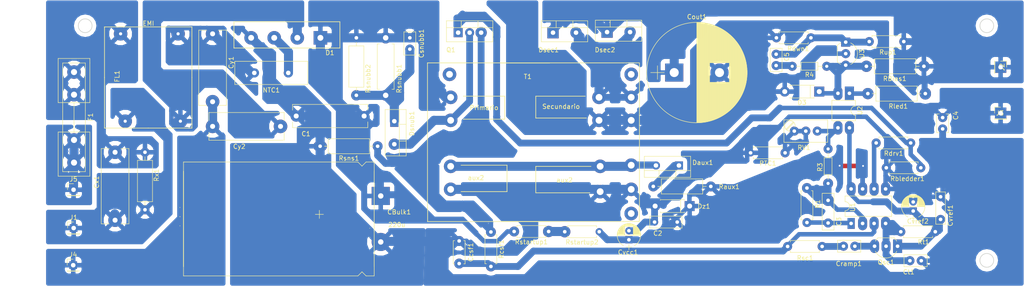
<source format=kicad_pcb>
(kicad_pcb (version 4) (host pcbnew 4.0.7)
  (layers (0 F.Cu signal) (31 B.Cu signal) (34 B.Paste user hide) (35 F.Paste user hide) (36 B.SilkS user) (37 F.SilkS user) (38 B.Mask user hide) (39 F.Mask user hide) (44 Edge.Cuts user))
  (net 0 "")
  (net 1 "Net-(C1-Pad1)")
  (net 2 "/Etapa de control/Vaux")
  (net 3 "Net-(C3-Pad1)")
  (net 4 "Net-(C3-Pad2)")
  (net 5 Earth)
  (net 6 GND)
  (net 7 "Net-(C5-Pad1)")
  (net 8 "Net-(C5-Pad2)")
  (net 9 "Net-(Ccs1-Pad2)")
  (net 10 VD)
  (net 11 "Net-(Cramp1-Pad1)")
  (net 12 "Net-(Cramp1-Pad2)")
  (net 13 "Net-(Csnubb1-Pad2)")
  (net 14 "Net-(Ct1-Pad2)")
  (net 15 "Net-(Cvref1-Pad2)")
  (net 16 "Net-(Cx1-Pad1)")
  (net 17 GNDPWR)
  (net 18 "Net-(Cy1-Pad1)")
  (net 19 Earth_Protective)
  (net 20 "Net-(Cy2-Pad2)")
  (net 21 "Net-(Dsec1-Pad2)")
  (net 22 "Net-(Dsnub1-Pad2)")
  (net 23 VAC)
  (net 24 "Net-(PTC1-Pad1)")
  (net 25 "/Etapa de control/Gate")
  (net 26 "/Etapa de control/Isense")
  (net 27 "Net-(Rdrv1-Pad2)")
  (net 28 "Net-(Rled1-Pad1)")
  (net 29 "Net-(Rstartup1-Pad1)")
  (net 30 "Net-(D1-Pad4)")
  (net 31 "Net-(D3-Pad1)")
  (net 32 "Net-(R3-Pad2)")
  (net 33 "Net-(Daux1-Pad1)")
  (net 34 "Net-(Daux1-Pad2)")
  (module Transformers_CHK:choke_tesis (layer F.Cu) (at 61.1632 43.434 90)
    (fp_text reference FL1 (at 0.254 -6.858 90) (layer F.SilkS))
    (fp_text value EMI (at 11.938 0.0508 180) (layer F.SilkS))
    (pad 1 thru_hole circle (at 9.652 -6.096 90) (size 3 3) (drill 0.7) (layers *.Cu *.Mask) (net 16 "Net-(Cx1-Pad1)"))
    (pad 2 thru_hole circle (at 9.652 6.604 90) (size 3 3) (drill 0.7) (layers *.Cu *.Mask) (net 18 "Net-(Cy1-Pad1)"))
    (pad 4 thru_hole circle (at -9.652 7.112 90) (size 3 3) (drill 0.7) (layers *.Cu *.Mask) (net 20 "Net-(Cy2-Pad2)"))
    (pad 3 thru_hole circle (at -9.652 -5.08 90) (size 3 3) (drill 0.7) (layers *.Cu *.Mask) (net 17 GNDPWR))
  )
  (module Capacitors_THT:CP_Axial_L42.0mm_D23.0mm_P45.00mm_Horizontal (layer F.Cu) (at 112.522 73.66 180)
    (fp_text reference CBulk1 (at -4.064 0.508 180) (layer F.SilkS))
    (fp_text value 220u (at -3.556 -2.286 180) (layer F.SilkS))
    (pad 2 thru_hole circle (at 0 -6.096 180) (size 4 4) (drill 1.2) (layers *.Cu *.Mask) (net 5 Earth))
    (pad 1 thru_hole rect (at 0 4.064 180) (size 4 4) (drill 1.2) (layers *.Cu *.Mask) (net 1 "Net-(C1-Pad1)"))
  )
  (module Resistors_THT:R_Axial_DIN0207_L6.3mm_D2.5mm_P7.62mm_Horizontal (layer F.Cu) (at 199.9107 34.671)
    (fp_text reference Rdwn1 (at 4.8133 2.413) (layer F.SilkS))
    (fp_text value 3k9)
    (pad 1 thru_hole circle (at 0 0) (size 2 2) (drill 0.8) (layers *.Cu *.Mask) (net 6 GND))
    (pad 2 thru_hole oval (at 7.62 0) (size 2 2) (drill 0.8) (layers *.Cu *.Mask) (net 7 "Net-(C5-Pad1)"))
  )
  (module Resistors_THT:R_Axial_DIN0207_L6.3mm_D2.5mm_P7.62mm_Horizontal (layer F.Cu) (at 220.4212 35.4965)
    (fp_text reference Rup1 (at 4.1148 2.3495) (layer F.SilkS))
    (fp_text value 82k)
    (pad 1 thru_hole circle (at 0 0) (size 2 2) (drill 0.8) (layers *.Cu *.Mask) (net 7 "Net-(C5-Pad1)"))
    (pad 2 thru_hole oval (at 7.62 0) (size 2 2) (drill 0.8) (layers *.Cu *.Mask) (net 10 VD))
  )
  (module Resistors_THT:R_Axial_DIN0204_L3.6mm_D1.6mm_P7.62mm_Horizontal (layer F.Cu) (at 211.0232 40.9575 180)
    (fp_text reference R4 (at 3.81 -1.86 180) (layer F.SilkS))
    (fp_text value 4k7)
    (pad 1 thru_hole circle (at 0 0 180) (size 2 2) (drill 0.7) (layers *.Cu *.Mask) (net 31 "Net-(D3-Pad1)"))
    (pad 2 thru_hole oval (at 7.62 0 180) (size 2 2) (drill 0.7) (layers *.Cu *.Mask) (net 8 "Net-(C5-Pad2)"))
  )
  (module Diodes_THT:D_DO-41_SOD81_P7.62mm_Horizontal (layer F.Cu) (at 209.3722 46.5455 180)
    (fp_text reference D3 (at 3.81 -2.41 180) (layer F.SilkS))
    (fp_text value 10V)
    (pad 1 thru_hole rect (at 0 0 180) (size 2.2 2.2) (drill 1.1) (layers *.Cu *.Mask) (net 31 "Net-(D3-Pad1)"))
    (pad 2 thru_hole oval (at 7.62 0 180) (size 2.2 2.2) (drill 1.1) (layers *.Cu *.Mask) (net 6 GND))
  )
  (module Resistors_THT:R_Axial_DIN0207_L6.3mm_D2.5mm_P7.62mm_Horizontal (layer F.Cu) (at 229.5652 57.8866 180)
    (fp_text reference Rdrv1 (at 3.7592 -2.3114 180) (layer F.SilkS))
    (fp_text value 10)
    (pad 1 thru_hole circle (at 0 0 180) (size 2 2) (drill 0.8) (layers *.Cu *.Mask) (net 25 "/Etapa de control/Gate"))
    (pad 2 thru_hole oval (at 7.62 0 180) (size 2 2) (drill 0.8) (layers *.Cu *.Mask) (net 27 "Net-(Rdrv1-Pad2)"))
  )
  (module Resistors_THT:R_Axial_DIN0207_L6.3mm_D2.5mm_P7.62mm_Horizontal (layer F.Cu) (at 224.1804 63.373)
    (fp_text reference Rbledder1 (at 4.6736 2.413) (layer F.SilkS))
    (fp_text value 22k)
    (pad 1 thru_hole circle (at 0 0) (size 2 2) (drill 0.8) (layers *.Cu *.Mask) (net 5 Earth))
    (pad 2 thru_hole oval (at 7.62 0) (size 2 2) (drill 0.8) (layers *.Cu *.Mask) (net 25 "/Etapa de control/Gate"))
  )
  (module Resistors_THT:R_Axial_DIN0207_L6.3mm_D2.5mm_P7.62mm_Horizontal (layer F.Cu) (at 210.0072 80.7466 180)
    (fp_text reference Rsc1 (at 3.7592 -2.5654 180) (layer F.SilkS))
    (fp_text value 22k)
    (pad 1 thru_hole circle (at 0 0 180) (size 2 2) (drill 0.8) (layers *.Cu *.Mask) (net 11 "Net-(Cramp1-Pad1)"))
    (pad 2 thru_hole oval (at 7.62 0 180) (size 2 2) (drill 0.8) (layers *.Cu *.Mask) (net 9 "Net-(Ccs1-Pad2)"))
  )
  (module Resistors_THT:R_Axial_DIN0207_L6.3mm_D2.5mm_P7.62mm_Horizontal (layer F.Cu) (at 149.606 77.4446 180)
    (fp_text reference Rstartup1 (at 3.81 -2.31 180) (layer F.SilkS))
    (fp_text value 82K)
    (pad 1 thru_hole circle (at 0 0 180) (size 2.5 2.5) (drill 0.8) (layers *.Cu *.Mask) (net 29 "Net-(Rstartup1-Pad1)"))
    (pad 2 thru_hole oval (at 7.62 0 180) (size 2.2 2.2) (drill 0.8) (layers *.Cu *.Mask) (net 1 "Net-(C1-Pad1)"))
  )
  (module Resistors_THT:R_Axial_DIN0207_L6.3mm_D2.5mm_P7.62mm_Horizontal (layer F.Cu) (at 160.782 77.4954 180)
    (fp_text reference Rstartup2 (at 3.81 -2.31 180) (layer F.SilkS))
    (fp_text value 82K)
    (pad 1 thru_hole circle (at 0 0 180) (size 1.6 1.6) (drill 0.8) (layers *.Cu *.Mask) (net 2 "/Etapa de control/Vaux"))
    (pad 2 thru_hole oval (at 7.62 0 180) (size 2.5 2.5) (drill 0.8) (layers *.Cu *.Mask) (net 29 "Net-(Rstartup1-Pad1)"))
  )
  (module Resistors_THT:R_Axial_DIN0207_L6.3mm_D2.5mm_P7.62mm_Horizontal (layer F.Cu) (at 136.8552 77.5462 270)
    (fp_text reference Rcsf1 (at 3.81 -2.31 270) (layer F.SilkS))
    (fp_text value 3k9)
    (pad 1 thru_hole circle (at 0 0 270) (size 2.2 2.2) (drill 0.8) (layers *.Cu *.Mask) (net 26 "/Etapa de control/Isense"))
    (pad 2 thru_hole oval (at 7.62 0 270) (size 2.2 2.2) (drill 0.8) (layers *.Cu *.Mask) (net 9 "Net-(Ccs1-Pad2)"))
  )
  (module Resistors_THT:R_Axial_DIN0309_L9.0mm_D3.2mm_P12.70mm_Horizontal (layer F.Cu) (at 60.452 72.644 90)
    (fp_text reference Rx1 (at 7.62 2.54 90) (layer F.SilkS))
    (fp_text value 180k)
    (pad 1 thru_hole circle (at 0 0 90) (size 2 2) (drill 0.8) (layers *.Cu *.Mask) (net 17 GNDPWR))
    (pad 2 thru_hole oval (at 12.7 0 90) (size 2 2) (drill 0.8) (layers *.Cu *.Mask) (net 16 "Net-(Cx1-Pad1)"))
  )
  (module Resistors_THT:R_Axial_DIN0207_L6.3mm_D2.5mm_P7.62mm_Horizontal (layer F.Cu) (at 206.6544 75.4634 90)
    (fp_text reference R1 (at 4.0894 2.3876 90) (layer F.SilkS))
    (fp_text value 10k)
    (pad 1 thru_hole circle (at 0 0 90) (size 2 2) (drill 0.8) (layers *.Cu *.Mask) (net 3 "Net-(C3-Pad1)"))
    (pad 2 thru_hole oval (at 7.62 0 90) (size 2.2 2.2) (drill 0.8) (layers *.Cu *.Mask) (net 4 "Net-(C3-Pad2)"))
  )
  (module Resistors_THT:R_Axial_DIN0207_L6.3mm_D2.5mm_P7.62mm_Horizontal (layer F.Cu) (at 235.0008 77.4954 180)
    (fp_text reference Rt1 (at 2.5908 -2.2606 180) (layer F.SilkS))
    (fp_text value 15k)
    (pad 1 thru_hole circle (at 0 0 180) (size 2 2) (drill 0.8) (layers *.Cu *.Mask) (net 15 "Net-(Cvref1-Pad2)"))
    (pad 2 thru_hole oval (at 7.62 0 180) (size 2 2) (drill 0.8) (layers *.Cu *.Mask) (net 14 "Net-(Ct1-Pad2)"))
  )
  (module Resistors_THT:R_Axial_DIN0309_L9.0mm_D3.2mm_P12.70mm_Horizontal (layer F.Cu) (at 220.1037 46.99)
    (fp_text reference Rled1 (at 6.7183 2.794) (layer F.SilkS))
    (fp_text value 8k2)
    (pad 1 thru_hole circle (at 0 0) (size 2.5 2.5) (drill 0.8) (layers *.Cu *.Mask) (net 28 "Net-(Rled1-Pad1)"))
    (pad 2 thru_hole oval (at 12.7 0) (size 2.5 2.65) (drill 0.8) (layers *.Cu *.Mask) (net 10 VD))
  )
  (module Resistors_THT:R_Axial_DIN0309_L9.0mm_D3.2mm_P12.70mm_Horizontal (layer F.Cu) (at 219.7862 40.9575)
    (fp_text reference RBias1 (at 6.2738 2.7305) (layer F.SilkS))
    (fp_text value 8k2)
    (pad 1 thru_hole circle (at 0 0) (size 2.5 2.5) (drill 0.8) (layers *.Cu *.Mask) (net 31 "Net-(D3-Pad1)"))
    (pad 2 thru_hole oval (at 12.7 0) (size 2.5 2.5) (drill 0.8) (layers *.Cu *.Mask) (net 10 VD))
  )
  (module Resistors_THT:R_Axial_DIN0309_L9.0mm_D3.2mm_P12.70mm_Horizontal (layer F.Cu) (at 107.1372 47.371 90)
    (fp_text reference Rsnubb2 (at 3.683 2.5908 90) (layer F.SilkS))
    (fp_text value 6k8)
    (pad 1 thru_hole circle (at 0 0 90) (size 2.3 2.3) (drill 0.8) (layers *.Cu *.Mask) (net 13 "Net-(Csnubb1-Pad2)"))
    (pad 2 thru_hole oval (at 12.7 0 90) (size 2 2) (drill 0.8) (layers *.Cu *.Mask) (net 1 "Net-(C1-Pad1)"))
  )
  (module Resistors_THT:R_Axial_DIN0411_L9.9mm_D3.6mm_P12.70mm_Horizontal (layer F.Cu) (at 113.6142 47.371 90)
    (fp_text reference Rsnubb1 (at 3.683 2.9718 90) (layer F.SilkS))
    (fp_text value 6k8)
    (pad 1 thru_hole circle (at 0 0 90) (size 2.4 2.4) (drill 1.2) (layers *.Cu *.Mask) (net 13 "Net-(Csnubb1-Pad2)"))
    (pad 2 thru_hole oval (at 12.7 0 90) (size 2.5 2.4) (drill 1.2) (layers *.Cu *.Mask) (net 1 "Net-(C1-Pad1)"))
  )
  (module Resistors_THT:R_Axial_DIN0309_L9.0mm_D3.2mm_P12.70mm_Horizontal (layer F.Cu) (at 111.8362 58.6105 180)
    (fp_text reference Rsns1 (at 6.35 -2.66 180) (layer F.SilkS))
    (fp_text value 0.33)
    (pad 1 thru_hole circle (at 0 0 180) (size 2.2 2.2) (drill 0.8) (layers *.Cu *.Mask) (net 26 "/Etapa de control/Isense"))
    (pad 2 thru_hole oval (at 12.7 0 180) (size 3 2.2) (drill 0.8) (layers *.Cu *.Mask) (net 5 Earth))
  )
  (module Capacitors_THT:C_Disc_D5.0mm_W2.5mm_P2.50mm (layer F.Cu) (at 214.7316 80.6958)
    (fp_text reference Cramp1 (at 1.1684 3.8608) (layer F.SilkS))
    (fp_text value 10n)
    (pad 1 thru_hole circle (at 0 0) (size 2 2) (drill 0.8) (layers *.Cu *.Mask) (net 11 "Net-(Cramp1-Pad1)"))
    (pad 2 thru_hole circle (at 2.5 0) (size 2 2) (drill 0.8) (layers *.Cu *.Mask) (net 12 "Net-(Cramp1-Pad2)"))
  )
  (module Capacitors_THT:C_Rect_L4.0mm_W2.5mm_P2.50mm (layer F.Cu) (at 236.6264 54.7878 90)
    (fp_text reference C4 (at 2.9718 2.8956 90) (layer F.SilkS))
    (fp_text value 10n)
    (pad 1 thru_hole circle (at 0 0 90) (size 2 2) (drill 0.8) (layers *.Cu *.Mask) (net 5 Earth))
    (pad 2 thru_hole circle (at 2.5 0 90) (size 2 2) (drill 0.8) (layers *.Cu *.Mask) (net 6 GND))
  )
  (module Housings_DIP:DIP-4_W7.62mm_LongPads (layer F.Cu) (at 216.0397 46.9265 270)
    (fp_text reference U2 (at 3.81 -2.33 270) (layer F.SilkS))
    (fp_text value PC817)
    (pad 1 thru_hole rect (at 0 0 270) (size 3 2) (drill 0.8) (layers *.Cu *.Mask) (net 28 "Net-(Rled1-Pad1)"))
    (pad 3 thru_hole oval (at 7.62 2.54 270) (size 3 2) (drill 0.8) (layers *.Cu *.Mask) (net 32 "Net-(R3-Pad2)"))
    (pad 2 thru_hole oval (at 0 2.54 270) (size 3 2) (drill 0.8) (layers *.Cu *.Mask) (net 31 "Net-(D3-Pad1)"))
    (pad 4 thru_hole oval (at 7.62 0 270) (size 3 2) (drill 0.8) (layers *.Cu *.Mask) (net 15 "Net-(Cvref1-Pad2)"))
  )
  (module Housings_DIP:DIP-8_W7.62mm_LongPads (layer F.Cu) (at 216.408 75.6666 90)
    (fp_text reference U1 (at 3.5814 0.3556 90) (layer F.SilkS))
    (fp_text value UC2844N)
    (pad 1 thru_hole rect (at 0 0 90) (size 2.4 1.6) (drill 0.8) (layers *.Cu *.Mask) (net 3 "Net-(C3-Pad1)"))
    (pad 5 thru_hole oval (at 7.62 7.62 90) (size 3 2) (drill 0.8) (layers *.Cu *.Mask) (net 5 Earth))
    (pad 2 thru_hole oval (at 0 2.54 90) (size 3 2) (drill 0.8) (layers *.Cu *.Mask) (net 4 "Net-(C3-Pad2)"))
    (pad 6 thru_hole oval (at 7.62 5.08 90) (size 3 2) (drill 0.8) (layers *.Cu *.Mask) (net 27 "Net-(Rdrv1-Pad2)"))
    (pad 3 thru_hole oval (at 0 5.08 90) (size 3 2) (drill 0.8) (layers *.Cu *.Mask) (net 9 "Net-(Ccs1-Pad2)"))
    (pad 7 thru_hole oval (at 7.62 2.54 90) (size 3 2) (drill 0.8) (layers *.Cu *.Mask) (net 2 "/Etapa de control/Vaux"))
    (pad 4 thru_hole oval (at 0 7.62 90) (size 3 2) (drill 0.8) (layers *.Cu *.Mask) (net 14 "Net-(Ct1-Pad2)"))
    (pad 8 thru_hole oval (at 7.62 0 90) (size 3 2) (drill 0.8) (layers *.Cu *.Mask) (net 15 "Net-(Cvref1-Pad2)"))
  )
  (module Capacitors_THT:C_Disc_D5.0mm_W2.5mm_P5.00mm (layer F.Cu) (at 129.8448 79.5274 270)
    (fp_text reference Ccsf1 (at 2.5 -2.56 270) (layer F.SilkS))
    (fp_text value 100p)
    (pad 1 thru_hole circle (at 0 0 270) (size 2.2 2.2) (drill 0.8) (layers *.Cu *.Mask) (net 5 Earth))
    (pad 2 thru_hole circle (at 5 0 270) (size 2.2 2.2) (drill 0.8) (layers *.Cu *.Mask) (net 9 "Net-(Ccs1-Pad2)"))
  )
  (module Capacitors_THT:C_Disc_D5.0mm_W2.5mm_P2.50mm (layer F.Cu) (at 231.902 83.8962 180)
    (fp_text reference Ct1 (at 2.7686 -2.4892 180) (layer F.SilkS))
    (fp_text value 1n)
    (pad 1 thru_hole circle (at 0 0 180) (size 2 2) (drill 0.8) (layers *.Cu *.Mask) (net 5 Earth))
    (pad 2 thru_hole circle (at 2.5 0 180) (size 2 2) (drill 0.8) (layers *.Cu *.Mask) (net 14 "Net-(Ct1-Pad2)"))
  )
  (module TO_SOT_Packages_THT:TO-92_Inline_Wide (layer F.Cu) (at 226.6696 80.6958 180)
    (fp_text reference Qsc1 (at 2.54 -3.56 360) (layer F.SilkS))
    (fp_text value BC548)
    (pad 2 thru_hole oval (at 2.54 0 270) (size 3 2) (drill 0.8) (layers *.Cu *.Mask) (net 14 "Net-(Ct1-Pad2)"))
    (pad 3 thru_hole oval (at 5.08 0 270) (size 3 2) (drill 0.8) (layers *.Cu *.Mask) (net 12 "Net-(Cramp1-Pad2)"))
    (pad 1 thru_hole rect (at 0 0 270) (size 3 2) (drill 0.8) (layers *.Cu *.Mask) (net 15 "Net-(Cvref1-Pad2)"))
  )
  (module TO_SOT_Packages_THT:TO-92_Inline_Wide (layer F.Cu) (at 215.2142 35.6235 270)
    (fp_text reference U3 (at 2.54 -3.56 450) (layer F.SilkS))
    (fp_text value TL431)
    (pad 2 thru_hole circle (at 2.54 0) (size 2 2) (drill 0.8) (layers *.Cu *.Mask) (net 6 GND))
    (pad 3 thru_hole circle (at 5.08 0) (size 2 2) (drill 0.8) (layers *.Cu *.Mask) (net 31 "Net-(D3-Pad1)"))
    (pad 1 thru_hole rect (at 0 0) (size 2 2) (drill 0.8) (layers *.Cu *.Mask) (net 7 "Net-(C5-Pad1)"))
  )
  (module Capacitors_THT:C_Disc_D8.0mm_W2.5mm_P5.00mm (layer F.Cu) (at 211.328 75.565 90)
    (fp_text reference C3 (at 0.3048 2.3876 90) (layer F.SilkS))
    (fp_text value 10n)
    (pad 1 thru_hole circle (at 0 0 90) (size 2 2) (drill 0.8) (layers *.Cu *.Mask) (net 3 "Net-(C3-Pad1)"))
    (pad 2 thru_hole circle (at 5 0 90) (size 2.5 2.5) (drill 0.8) (layers *.Cu *.Mask) (net 4 "Net-(C3-Pad2)"))
  )
  (module Resistors_THT:R_Axial_DIN0204_L3.6mm_D1.6mm_P7.62mm_Horizontal (layer F.Cu) (at 211.328 66.8274 90)
    (fp_text reference R3 (at 3.5814 -1.778 90) (layer F.SilkS))
    (fp_text value 4k7)
    (pad 1 thru_hole circle (at 0 0 90) (size 2.2 2.2) (drill 0.7) (layers *.Cu *.Mask) (net 4 "Net-(C3-Pad2)"))
    (pad 2 thru_hole oval (at 7.62 0 90) (size 2 2) (drill 0.7) (layers *.Cu *.Mask) (net 32 "Net-(R3-Pad2)"))
  )
  (module Capacitors_THT:C_Disc_D5.0mm_W2.5mm_P2.50mm (layer F.Cu) (at 199.8472 38.2905 270)
    (fp_text reference C5 (at 0.5715 -2.3368 270) (layer F.SilkS))
    (fp_text value 1.5n)
    (pad 1 thru_hole circle (at 0 0 270) (size 2 2) (drill 0.8) (layers *.Cu *.Mask) (net 7 "Net-(C5-Pad1)"))
    (pad 2 thru_hole circle (at 2.5 0 270) (size 2 2) (drill 0.8) (layers *.Cu *.Mask) (net 8 "Net-(C5-Pad2)"))
  )
  (module Capacitors_THT:CP_Radial_D5.0mm_P2.00mm (layer F.Cu) (at 230.124 72.9234 90)
    (fp_text reference Cvref2 (at -2.2606 1.016 180) (layer F.SilkS))
    (fp_text value 10u)
    (pad 1 thru_hole rect (at 0 0 90) (size 1.6 1.6) (drill 0.8) (layers *.Cu *.Mask) (net 15 "Net-(Cvref1-Pad2)"))
    (pad 2 thru_hole circle (at 2 0 90) (size 1.6 1.6) (drill 0.8) (layers *.Cu *.Mask) (net 5 Earth))
  )
  (module Capacitors_THT:C_Rect_L7.0mm_W2.0mm_P5.00mm (layer F.Cu) (at 236.1692 69.7738 270)
    (fp_text reference Cvref1 (at 4.1402 -2.159 270) (layer F.SilkS))
    (fp_text value 100n)
    (pad 1 thru_hole circle (at 0 0 270) (size 2 2) (drill 0.8) (layers *.Cu *.Mask) (net 5 Earth))
    (pad 2 thru_hole circle (at 5 0 270) (size 2 2) (drill 0.8) (layers *.Cu *.Mask) (net 15 "Net-(Cvref1-Pad2)"))
  )
  (module Capacitors_THT:C_Rect_L7.0mm_W2.5mm_P5.00mm (layer F.Cu) (at 178.0032 75.3618 180)
    (fp_text reference C2 (at 4.2926 -2.4892 180) (layer F.SilkS))
    (fp_text value 100n)
    (pad 1 thru_hole circle (at 0 0 180) (size 1.6 1.6) (drill 0.8) (layers *.Cu *.Mask) (net 2 "/Etapa de control/Vaux"))
    (pad 2 thru_hole circle (at 5 0 180) (size 1.6 1.6) (drill 0.8) (layers *.Cu *.Mask) (net 5 Earth))
  )
  (module Capacitors_THT:CP_Radial_D5.0mm_P2.00mm (layer F.Cu) (at 167.3352 79.2734 90)
    (fp_text reference Cvcc1 (at -2.7686 -0.2032 180) (layer F.SilkS))
    (fp_text value 22u)
    (pad 1 thru_hole rect (at 0 0 90) (size 1.6 1.6) (drill 0.8) (layers *.Cu *.Mask) (net 2 "/Etapa de control/Vaux"))
    (pad 2 thru_hole circle (at 2 0 90) (size 1.6 1.6) (drill 0.8) (layers *.Cu *.Mask) (net 5 Earth))
  )
  (module Potentiometers:Potentiometer_Trimmer_Bourns_3296W (layer F.Cu) (at 203.8604 55.2704 180)
    (fp_text reference RV1 (at -2.1336 -3.6576 180) (layer F.SilkS))
    (fp_text value 1k)
    (pad 1 thru_hole circle (at 0 0 180) (size 2 2) (drill 0.8) (layers *.Cu *.Mask) (net 24 "Net-(PTC1-Pad1)"))
    (pad 2 thru_hole circle (at -2.54 0 180) (size 2 2) (drill 0.8) (layers *.Cu *.Mask) (net 24 "Net-(PTC1-Pad1)"))
    (pad 3 thru_hole circle (at -5.08 0 180) (size 2 2) (drill 0.8) (layers *.Cu *.Mask) (net 32 "Net-(R3-Pad2)"))
  )
  (module Capacitors_THT:C_Disc_D5.0mm_W2.5mm_P2.50mm (layer F.Cu) (at 118.9482 34.671 270)
    (fp_text reference Csnubb1 (at 1.25 -2.56 270) (layer F.SilkS))
    (fp_text value 39p)
    (pad 1 thru_hole circle (at 0 0 270) (size 2 2) (drill 0.8) (layers *.Cu *.Mask) (net 1 "Net-(C1-Pad1)"))
    (pad 2 thru_hole circle (at 2.5 0 270) (size 2 2) (drill 0.8) (layers *.Cu *.Mask) (net 13 "Net-(Csnubb1-Pad2)"))
  )
  (module Capacitors_THT:C_Rect_L16.5mm_W6.0mm_P15.00mm_MKT (layer F.Cu) (at 75.3872 54.229)
    (fp_text reference Cy2 (at 5.8928 4.445) (layer F.SilkS))
    (fp_text value 100n)
    (pad 1 thru_hole circle (at 0 0) (size 3 3) (drill 1.1) (layers *.Cu *.Mask) (net 19 Earth_Protective))
    (pad 2 thru_hole circle (at 15 0) (size 3 3) (drill 1.1) (layers *.Cu *.Mask) (net 20 "Net-(Cy2-Pad2)"))
  )
  (module Capacitors_ThroughHole:C_Rect_L16.5mm_W5.0mm_P15.00mm_MKT (layer F.Cu) (at 108.8517 51.943 180)
    (fp_text reference C1 (at 12.8397 -3.937 180) (layer F.SilkS))
    (fp_text value 0.1u)
    (pad 1 thru_hole circle (at 0 0 180) (size 2.2 2.2) (drill 1.1) (layers *.Cu *.Mask) (net 1 "Net-(C1-Pad1)"))
    (pad 2 thru_hole circle (at 15 0 180) (size 2.5 2.5) (drill 1.1) (layers *.Cu *.Mask) (net 5 Earth))
  )
  (module Capacitors_THT:C_Rect_L16.5mm_W6.0mm_P15.00mm_MKT (layer F.Cu) (at 75.3872 33.782 270)
    (fp_text reference Cy1 (at 6.35 -4.1148 270) (layer F.SilkS))
    (fp_text value 100n)
    (pad 1 thru_hole circle (at 0 0 270) (size 3 3) (drill 1.1) (layers *.Cu *.Mask) (net 18 "Net-(Cy1-Pad1)"))
    (pad 2 thru_hole circle (at 15 0 270) (size 3 3) (drill 1.1) (layers *.Cu *.Mask) (net 19 Earth_Protective))
  )
  (module Capacitors_THT:C_Rect_L16.5mm_W6.0mm_P15.00mm_MKT (layer F.Cu) (at 53.848 59.944 270)
    (fp_text reference Cx1 (at 6.604 4.064 270) (layer F.SilkS))
    (fp_text value 100n)
    (pad 1 thru_hole circle (at 0 0 270) (size 3 3) (drill 1.1) (layers *.Cu *.Mask) (net 16 "Net-(Cx1-Pad1)"))
    (pad 2 thru_hole circle (at 15 0 270) (size 3 3) (drill 1.1) (layers *.Cu *.Mask) (net 17 GNDPWR))
  )
  (module Resistors_THT:R_Axial_DIN0207_L6.3mm_D2.5mm_P7.62mm_Horizontal (layer F.Cu) (at 201.8284 60.071 180)
    (fp_text reference PTC1 (at 3.81 -2.31 180) (layer F.SilkS))
    (fp_text value PTC)
    (pad 1 thru_hole circle (at 0 0 180) (size 2 2) (drill 0.8) (layers *.Cu *.Mask) (net 24 "Net-(PTC1-Pad1)"))
    (pad 2 thru_hole oval (at 7.62 0 180) (size 1.6 1.6) (drill 0.8) (layers *.Cu *.Mask) (net 5 Earth))
  )
  (module Capacitors_ThroughHole:CP_Radial_D22.0mm_P10.00mm_SnapIn (layer F.Cu) (at 177.3428 42.3418)
    (fp_text reference Cout1 (at 5 -12.31) (layer F.SilkS))
    (fp_text value 330u)
    (pad 1 thru_hole rect (at 0 0) (size 4 4) (drill 2) (layers *.Cu *.Mask) (net 10 VD))
    (pad 2 thru_hole circle (at 10 0) (size 4 4) (drill 2) (layers *.Cu *.Mask) (net 6 GND))
  )
  (module Diodes_THT:Diode_Bridge_18.5x5.5 (layer F.Cu) (at 83.8962 34.671 180)
    (fp_text reference D1 (at -17.4 -3.3 180) (layer F.SilkS))
    (fp_text value D_Bridge_-A+A)
    (pad 3 thru_hole rect (at -15.3 0 180) (size 3 3) (drill 1.3) (layers *.Cu *.Mask) (net 1 "Net-(C1-Pad1)"))
    (pad 2 thru_hole circle (at -10.2 0 180) (size 3 3) (drill 1.3) (layers *.Cu *.Mask) (net 20 "Net-(Cy2-Pad2)"))
    (pad 1 thru_hole circle (at 0 0 180) (size 3 3) (drill 1.3) (layers *.Cu *.Mask) (net 5 Earth))
    (pad 4 thru_hole circle (at -5.1 0 180) (size 3 3) (drill 1.3) (layers *.Cu *.Mask) (net 30 "Net-(D1-Pad4)"))
  )
  (module TO_SOT_Packages_THT:TO-220-2_Vertical (layer F.Cu) (at 150.5712 33.528)
    (fp_text reference Dsec1 (at -0.9652 3.81) (layer F.SilkS))
    (fp_text value BYV29X)
    (pad 1 thru_hole rect (at 0 0) (size 2.5 2.5) (drill 1) (layers *.Cu *.Mask) (net 10 VD))
    (pad 2 thru_hole oval (at 5.08 0) (size 2.5 2.5) (drill 1) (layers *.Cu *.Mask) (net 21 "Net-(Dsec1-Pad2)"))
  )
  (module TO_SOT_Packages_THT:TO-220-2_Vertical (layer F.Cu) (at 162.5092 33.401)
    (fp_text reference Dsec2 (at -0.4572 3.937) (layer F.SilkS))
    (fp_text value BYV29X)
    (pad 1 thru_hole rect (at 0 0) (size 2.5 2.5) (drill 1) (layers *.Cu *.Mask) (net 10 VD))
    (pad 2 thru_hole oval (at 5.08 0) (size 2.5 2.5) (drill 1) (layers *.Cu *.Mask) (net 21 "Net-(Dsec1-Pad2)"))
  )
  (module TO_SOT_Packages_THT:TO-220-2_Vertical (layer F.Cu) (at 115.5192 53.086 270)
    (fp_text reference Dsnub1 (at 0.508 -3.8608 270) (layer F.SilkS))
    (fp_text value D)
    (pad 1 thru_hole rect (at 0 0 270) (size 2.5 1.8) (drill 1) (layers *.Cu *.Mask) (net 13 "Net-(Csnubb1-Pad2)"))
    (pad 2 thru_hole oval (at 5.08 0 270) (size 2.5 2.5) (drill 1) (layers *.Cu *.Mask) (net 22 "Net-(Dsnub1-Pad2)"))
  )
  (module Fuse_Holders_and_Fuses:Fuseholder5x20_horiz_open_inline_Type-I (layer F.Cu) (at 44.7802 62.23 90)
    (fp_text reference F1 (at 10.0584 3.6576 90) (layer F.SilkS))
    (fp_text value Fuse_Small)
    (pad 2 thru_hole circle (at 15 0 90) (size 3 3) (drill 1.35) (layers *.Cu *.Mask) (net 16 "Net-(Cx1-Pad1)"))
    (pad 2 thru_hole circle (at 20 0 90) (size 3 3) (drill 1.35) (layers *.Cu *.Mask) (net 16 "Net-(Cx1-Pad1)"))
    (pad 1 thru_hole circle (at 5 0 90) (size 3 3) (drill 1.35) (layers *.Cu *.Mask) (net 23 VAC))
    (pad 1 thru_hole circle (at 0 0 90) (size 3 3) (drill 1.35) (layers *.Cu *.Mask) (net 23 VAC))
  )
  (module Pin_Headers:Pin_Header_Straight_1x01_Pitch2.54mm (layer F.Cu) (at 249.428 41.148 270)
    (fp_text reference J2 (at 0 -0.3302 270) (layer F.SilkS))
    (fp_text value Vo+)
    (pad 1 thru_hole rect (at 0 0 270) (size 2.5 2.5) (drill 1) (layers *.Cu *.Mask) (net 10 VD))
  )
  (module Pin_Headers:Pin_Header_Straight_1x01_Pitch2.54mm (layer F.Cu) (at 249.428 51.308)
    (fp_text reference J3 (at -0.1524 0) (layer F.SilkS))
    (fp_text value VoGnd)
    (pad 1 thru_hole rect (at 0 0) (size 2.5 2.5) (drill 1) (layers *.Cu *.Mask) (net 6 GND))
  )
  (module TO_SOT_Packages_THT:TO-220-3_Vertical (layer F.Cu) (at 129.6162 33.528)
    (fp_text reference Q1 (at -1.6002 3.81) (layer F.SilkS))
    (fp_text value FQP8N60C)
    (pad 1 thru_hole rect (at 0 0) (size 2 2) (drill 1) (layers *.Cu *.Mask) (net 25 "/Etapa de control/Gate"))
    (pad 2 thru_hole oval (at 2.54 0) (size 2 2) (drill 1) (layers *.Cu *.Mask) (net 22 "Net-(Dsnub1-Pad2)"))
    (pad 3 thru_hole oval (at 5.08 0) (size 2.5 2.5) (drill 1) (layers *.Cu *.Mask) (net 26 "/Etapa de control/Isense"))
  )
  (module Resistors_THT:R_Axial_DIN0309_L9.0mm_D3.2mm_P12.70mm_Horizontal (layer F.Cu) (at 185.42 67.4878 180)
    (fp_text reference Raux1 (at -4.064 -0.0762 180) (layer F.SilkS))
    (fp_text value 1k)
    (pad 1 thru_hole circle (at 0 0 180) (size 2.2 2.2) (drill 0.8) (layers *.Cu *.Mask) (net 2 "/Etapa de control/Vaux"))
    (pad 2 thru_hole oval (at 12.7 0 180) (size 2.2 2.2) (drill 0.8) (layers *.Cu *.Mask) (net 33 "Net-(Daux1-Pad1)"))
  )
  (module Transformers_CHK:Trafo_CHK-EI30-2VA_1xSec (layer F.Cu) (at 158.9532 56.9595)
    (fp_text reference T1 (at -13.97 -13.716) (layer F.SilkS))
    (fp_text value Transformer_1P_2S)
    (fp_text user aux2 (at -5.842 9.144) (layer F.SilkS))
    (fp_text user aux2 (at -25.4 8.636) (layer F.SilkS))
    (fp_text user Secundario (at -6.604 -7.112) (layer F.SilkS))
    (fp_text user Primario (at -23.622 -6.858) (layer F.SilkS))
    (pad 6 thru_hole circle (at 2.032 11.684) (size 2.99974 2.99974) (drill 1.50114) (layers *.Cu *.Mask) (net 5 Earth))
    (pad 5 thru_hole circle (at 2.032 6.096) (size 2.99974 2.99974) (drill 1.50114) (layers *.Cu *.Mask) (net 34 "Net-(Daux1-Pad2)"))
    (pad 4 thru_hole circle (at 1.778 -4.064) (size 2.99974 2.99974) (drill 1.50114) (layers *.Cu *.Mask) (net 6 GND))
    (pad 3 thru_hole circle (at 1.778 -9.144) (size 2.99974 2.99974) (drill 1.50114) (layers *.Cu *.Mask) (net 21 "Net-(Dsec1-Pad2)"))
    (pad "" thru_hole circle (at -31.242 -14.224) (size 2.99974 2.99974) (drill 1.50114) (layers *.Cu *.Mask))
    (pad "" thru_hole circle (at 8.89 16.51) (size 2.99974 2.99974) (drill 1.50114) (layers *.Cu *.Mask))
    (pad "" thru_hole circle (at 8.89 -14.224) (size 2.99974 2.99974) (drill 1.50114) (layers *.Cu *.Mask))
    (pad 6 thru_hole circle (at -30.988 11.176) (size 2.99974 2.99974) (drill 1.50114) (layers *.Cu *.Mask) (net 5 Earth))
    (pad 5 thru_hole circle (at -30.988 6.096) (size 2.99974 2.99974) (drill 1.50114) (layers *.Cu *.Mask) (net 34 "Net-(Daux1-Pad2)"))
    (pad 2 thru_hole circle (at -30.988 -4.064) (size 2.99974 2.99974) (drill 1.50114) (layers *.Cu *.Mask) (net 22 "Net-(Dsnub1-Pad2)"))
    (pad 1 thru_hole circle (at -30.988 -9.144) (size 2.99974 2.99974) (drill 1.50114) (layers *.Cu *.Mask) (net 1 "Net-(C1-Pad1)"))
    (pad 3 thru_hole circle (at 8.89 -9.144) (size 2.99974 2.99974) (drill 1.50114) (layers *.Cu *.Mask) (net 21 "Net-(Dsec1-Pad2)"))
    (pad 4 thru_hole circle (at 8.89 -4.064) (size 2.99974 2.99974) (drill 1.50114) (layers *.Cu *.Mask) (net 6 GND))
    (pad 5 thru_hole circle (at 8.89 5.842) (size 2.99974 2.99974) (drill 1.50114) (layers *.Cu *.Mask) (net 34 "Net-(Daux1-Pad2)"))
    (pad 6 thru_hole circle (at 8.89 11.176) (size 2.99974 2.99974) (drill 1.50114) (layers *.Cu *.Mask) (net 5 Earth))
  )
  (module TO_SOT_Packages_THT:TO-220-2_Vertical (layer F.Cu) (at 178.3842 62.865 180)
    (fp_text reference Daux1 (at -5.2578 0.635 180) (layer F.SilkS))
    (fp_text value N1106)
    (pad 1 thru_hole rect (at 0 0 180) (size 1.8 1.8) (drill 1) (layers *.Cu *.Mask) (net 33 "Net-(Daux1-Pad1)"))
    (pad 2 thru_hole oval (at 5.08 0 180) (size 1.8 1.8) (drill 1) (layers *.Cu *.Mask) (net 34 "Net-(Daux1-Pad2)"))
  )
  (module Diodes_THT:D_DO-41_SOD81_P7.62mm_Horizontal (layer F.Cu) (at 180.7464 71.8312 180)
    (fp_text reference Dz1 (at -3.1496 -0.0508 180) (layer F.SilkS))
    (fp_text value 20V)
    (pad 1 thru_hole rect (at 0 0 180) (size 2.2 2.2) (drill 1.1) (layers *.Cu *.Mask) (net 2 "/Etapa de control/Vaux"))
    (pad 2 thru_hole oval (at 7.62 0 180) (size 2.2 2.2) (drill 1.1) (layers *.Cu *.Mask) (net 5 Earth))
  )
  (module Pin_Headers:Pin_Header_Straight_1x01_Pitch2.54mm (layer F.Cu) (at 44.6024 84.8868)
    (fp_text reference J4 (at 0 -2.33) (layer F.SilkS))
    (fp_text value Earth)
    (pad 1 thru_hole rect (at 0 0) (size 1.7 1.7) (drill 1) (layers *.Cu *.Mask) (net 19 Earth_Protective))
  )
  (module Pin_Headers:Pin_Header_Straight_1x01_Pitch2.54mm (layer F.Cu) (at 44.6786 68.2244)
    (fp_text reference J5 (at 0 -2.33) (layer F.SilkS))
    (fp_text value L)
    (pad 1 thru_hole rect (at 0 0) (size 1.7 1.7) (drill 1) (layers *.Cu *.Mask) (net 23 VAC))
  )
  (module Capacitors_ThroughHole:C_Disc_D16.0mm_W5.0mm_P7.50mm (layer F.Cu) (at 92.1004 42.418 180)
    (fp_text reference NTC1 (at 3.75 -3.81 180) (layer F.SilkS))
    (fp_text value I5D20R)
    (pad 1 thru_hole circle (at 0 0 180) (size 2 2) (drill 1) (layers *.Cu *.Mask) (net 30 "Net-(D1-Pad4)"))
    (pad 2 thru_hole circle (at 7.5 0 180) (size 2 2) (drill 1) (layers *.Cu *.Mask) (net 18 "Net-(Cy1-Pad1)"))
  )
  (module Pin_Headers:Pin_Header_Straight_1x01_Pitch2.54mm (layer F.Cu) (at 44.704 76.6826)
    (fp_text reference J1 (at 0 -2.33) (layer F.SilkS))
    (fp_text value N)
    (pad 1 thru_hole rect (at 0 0) (size 1.7 1.7) (drill 1) (layers *.Cu *.Mask) (net 17 GNDPWR))
  )
  (gr_circle (center 246.38 83.82) (end 247.904 83.82) (layer Edge.Cuts) (width 0.15))
  (gr_circle (center 47.244 32.004) (end 48.768 32.004) (layer Edge.Cuts) (width 0.15))
  (gr_circle (center 246.38 32.004) (end 247.904 32.004) (layer Edge.Cuts) (width 0.15))
  (segment (start 107.04195 53.81625) (end 107.04195 53.75275) (width 2) (layer B.Cu) (net 1))
  (segment (start 107.04195 53.75275) (end 108.8517 51.943) (width 2) (layer B.Cu) (net 1))
  (segment (start 109.0803 55.8546) (end 107.04195 53.81625) (width 2) (layer B.Cu) (net 1))
  (segment (start 107.04195 53.81625) (end 105.16235 51.93665) (width 2) (layer B.Cu) (net 1))
  (segment (start 109.0803 63.1571) (end 109.0803 55.8546) (width 2) (layer B.Cu) (net 1))
  (segment (start 109.0803 55.8546) (end 109.0803 52.1716) (width 2) (layer B.Cu) (net 1))
  (segment (start 109.0803 52.1716) (end 108.8517 51.943) (width 2) (layer B.Cu) (net 1))
  (segment (start 112.2172 66.294) (end 109.0803 63.1571) (width 2) (layer B.Cu) (net 1))
  (segment (start 112.2172 69.469) (end 112.2172 66.294) (width 2) (layer B.Cu) (net 1))
  (segment (start 105.16235 51.93665) (end 108.84535 51.93665) (width 2) (layer B.Cu) (net 1))
  (segment (start 108.84535 51.93665) (end 108.8517 51.943) (width 2) (layer B.Cu) (net 1))
  (segment (start 99.1962 45.9705) (end 105.16235 51.93665) (width 2) (layer B.Cu) (net 1))
  (segment (start 105.16235 51.93665) (end 105.1687 51.943) (width 2) (layer B.Cu) (net 1))
  (segment (start 99.1962 34.671) (end 99.1962 45.9705) (width 2) (layer B.Cu) (net 1))
  (segment (start 108.8517 51.943) (end 105.1687 51.943) (width 1.5) (layer B.Cu) (net 1))
  (segment (start 109.0803 52.1716) (end 108.8517 51.943) (width 1.5) (layer B.Cu) (net 1))
  (segment (start 109.0803 63.1571) (end 108.8517 62.9285) (width 1.5) (layer B.Cu) (net 1))
  (segment (start 141.986 77.4446) (end 140.5128 77.4446) (width 1) (layer B.Cu) (net 1))
  (segment (start 118.5164 69.0626) (end 112.6236 69.0626) (width 1) (layer B.Cu) (net 1))
  (segment (start 124.6124 75.1586) (end 118.5164 69.0626) (width 1) (layer B.Cu) (net 1))
  (segment (start 130.8608 75.1586) (end 124.6124 75.1586) (width 1) (layer B.Cu) (net 1))
  (segment (start 135.2804 79.5782) (end 130.8608 75.1586) (width 1) (layer B.Cu) (net 1))
  (segment (start 138.3792 79.5782) (end 135.2804 79.5782) (width 1) (layer B.Cu) (net 1))
  (segment (start 140.5128 77.4446) (end 138.3792 79.5782) (width 1) (layer B.Cu) (net 1))
  (segment (start 112.6236 69.0626) (end 112.2172 69.469) (width 1) (layer B.Cu) (net 1))
  (segment (start 108.8517 62.9285) (end 108.8517 51.943) (width 1) (layer B.Cu) (net 1))
  (segment (start 112.2172 66.294) (end 108.8517 62.9285) (width 1) (layer B.Cu) (net 1))
  (segment (start 105.1687 51.943) (end 99.1962 45.9705) (width 1) (layer B.Cu) (net 1))
  (segment (start 127.9652 47.8155) (end 126.8222 47.8155) (width 2) (layer B.Cu) (net 1))
  (segment (start 126.8222 47.8155) (end 123.2027 44.196) (width 2) (layer B.Cu) (net 1))
  (segment (start 123.2027 44.196) (end 123.2027 36.3855) (width 2) (layer B.Cu) (net 1))
  (segment (start 123.2027 36.3855) (end 121.4882 34.671) (width 2) (layer B.Cu) (net 1))
  (segment (start 121.4882 34.671) (end 118.9482 34.671) (width 2) (layer B.Cu) (net 1))
  (segment (start 118.9482 34.671) (end 113.6142 34.671) (width 2) (layer B.Cu) (net 1))
  (segment (start 107.1372 34.671) (end 113.6142 34.671) (width 2) (layer B.Cu) (net 1))
  (segment (start 107.1372 34.671) (end 99.1962 34.671) (width 2) (layer B.Cu) (net 1))
  (segment (start 167.3352 79.2734) (end 169.1894 79.2734) (width 1.5) (layer B.Cu) (net 2))
  (segment (start 160.782 77.4954) (end 162.56 79.2734) (width 1.5) (layer B.Cu) (net 2))
  (segment (start 162.56 79.2734) (end 167.3352 79.2734) (width 1.5) (layer B.Cu) (net 2))
  (segment (start 185.42 67.4878) (end 202.7428 67.4878) (width 1) (layer B.Cu) (net 2))
  (segment (start 218.948 63.0682) (end 218.948 68.0466) (width 1) (layer B.Cu) (net 2))
  (segment (start 219.0496 62.9666) (end 218.948 63.0682) (width 1) (layer B.Cu) (net 2))
  (via (at 219.0496 62.9666) (size 0.6) (drill 0.4) (layers F.Cu B.Cu) (net 2))
  (segment (start 213.9188 62.9666) (end 219.0496 62.9666) (width 1) (layer F.Cu) (net 2))
  (segment (start 213.868 62.9158) (end 213.9188 62.9666) (width 1) (layer F.Cu) (net 2))
  (via (at 213.868 62.9158) (size 0.6) (drill 0.4) (layers F.Cu B.Cu) (net 2))
  (segment (start 207.3148 62.9158) (end 213.868 62.9158) (width 1) (layer B.Cu) (net 2))
  (segment (start 202.7428 67.4878) (end 207.3148 62.9158) (width 1) (layer B.Cu) (net 2))
  (segment (start 167.3352 79.2734) (end 162.56 79.2734) (width 1) (layer B.Cu) (net 2))
  (segment (start 178.0032 75.3618) (end 176.6316 75.3618) (width 1) (layer B.Cu) (net 2))
  (segment (start 176.6316 75.3618) (end 172.72 79.2734) (width 1) (layer B.Cu) (net 2))
  (segment (start 172.72 79.2734) (end 169.1894 79.2734) (width 1) (layer B.Cu) (net 2))
  (segment (start 178.0032 75.3618) (end 178.0032 74.3966) (width 1) (layer B.Cu) (net 2))
  (segment (start 178.0032 74.3966) (end 180.6956 71.7042) (width 1) (layer B.Cu) (net 2))
  (segment (start 180.6956 71.7042) (end 180.6956 69.3166) (width 1) (layer B.Cu) (net 2))
  (segment (start 182.5244 67.4878) (end 185.42 67.4878) (width 1) (layer B.Cu) (net 2))
  (segment (start 180.6956 69.3166) (end 182.5244 67.4878) (width 1) (layer B.Cu) (net 2))
  (segment (start 206.6544 75.4634) (end 211.2264 75.4634) (width 1) (layer B.Cu) (net 3))
  (segment (start 211.2264 75.4634) (end 211.328 75.565) (width 1) (layer B.Cu) (net 3))
  (segment (start 211.328 75.565) (end 216.3064 75.565) (width 1) (layer B.Cu) (net 3))
  (segment (start 216.3064 75.565) (end 216.408 75.6666) (width 1) (layer B.Cu) (net 3))
  (segment (start 218.948 75.6666) (end 218.948 74.3458) (width 1) (layer B.Cu) (net 4))
  (segment (start 217.2208 72.6186) (end 213.3816 72.6186) (width 1) (layer B.Cu) (net 4))
  (segment (start 218.948 74.3458) (end 217.2208 72.6186) (width 1) (layer B.Cu) (net 4))
  (segment (start 208.8261 67.8434) (end 208.8261 68.3514) (width 1.5) (layer B.Cu) (net 4))
  (segment (start 208.8261 68.3514) (end 209.7913 69.3166) (width 1.5) (layer B.Cu) (net 4))
  (segment (start 208.1276 69.3166) (end 209.7913 69.3166) (width 1.5) (layer B.Cu) (net 4))
  (segment (start 209.7913 69.3166) (end 209.9183 69.3166) (width 1.5) (layer B.Cu) (net 4))
  (segment (start 209.9183 69.3166) (end 211.328 67.9069) (width 1.5) (layer B.Cu) (net 4))
  (segment (start 211.328 67.9069) (end 211.328 66.8274) (width 1.5) (layer B.Cu) (net 4))
  (segment (start 211.328 70.565) (end 209.376 70.565) (width 1.5) (layer B.Cu) (net 4))
  (segment (start 209.376 70.565) (end 208.1276 69.3166) (width 1.5) (layer B.Cu) (net 4))
  (segment (start 208.1276 69.3166) (end 206.6544 67.8434) (width 1.5) (layer B.Cu) (net 4))
  (segment (start 211.328 70.565) (end 211.328 66.8274) (width 1.5) (layer B.Cu) (net 4))
  (segment (start 206.6544 67.8434) (end 208.8261 67.8434) (width 1) (layer B.Cu) (net 4))
  (segment (start 208.8261 67.8434) (end 210.4644 67.8434) (width 1) (layer B.Cu) (net 4))
  (segment (start 210.4644 67.8434) (end 211.328 68.707) (width 1) (layer B.Cu) (net 4))
  (segment (start 211.328 66.8274) (end 211.328 68.707) (width 1) (layer B.Cu) (net 4))
  (segment (start 211.328 68.707) (end 211.328 70.565) (width 1) (layer B.Cu) (net 4))
  (segment (start 213.3816 72.6186) (end 211.328 70.565) (width 1) (layer B.Cu) (net 4))
  (segment (start 112.268 79.6798) (end 112.2172 79.629) (width 1) (layer B.Cu) (net 5))
  (segment (start 99.1362 66.548) (end 112.2172 79.629) (width 2) (layer B.Cu) (net 5))
  (segment (start 112.2172 79.629) (end 112.2172 79.121) (width 2) (layer B.Cu) (net 5))
  (segment (start 200.5711 54.2671) (end 200.5711 54.4449) (width 1) (layer B.Cu) (net 5))
  (segment (start 197.612 57.404) (end 197.612 56.388) (width 1) (layer B.Cu) (net 5))
  (segment (start 200.5711 54.4449) (end 197.612 57.404) (width 1) (layer B.Cu) (net 5))
  (segment (start 197.104 55.372) (end 196.596 55.372) (width 2) (layer B.Cu) (net 5))
  (segment (start 196.596 55.372) (end 195.072 56.896) (width 2) (layer B.Cu) (net 5))
  (segment (start 192.532 57.912) (end 195.072 55.372) (width 2) (layer B.Cu) (net 5))
  (segment (start 198.628 55.372) (end 197.612 56.388) (width 2) (layer B.Cu) (net 5))
  (segment (start 197.104 55.372) (end 198.628 55.372) (width 2) (layer B.Cu) (net 5))
  (segment (start 197.612 56.388) (end 196.088 57.912) (width 2) (layer B.Cu) (net 5))
  (segment (start 195.072 55.372) (end 197.104 55.372) (width 2) (layer B.Cu) (net 5))
  (segment (start 194.2084 60.071) (end 194.183 60.071) (width 0.25) (layer F.Cu) (net 5))
  (segment (start 194.183 60.071) (end 193.3956 59.2836) (width 0.25) (layer F.Cu) (net 5))
  (segment (start 194.2084 60.071) (end 193.4464 60.071) (width 0.25) (layer F.Cu) (net 5))
  (segment (start 193.4464 60.071) (end 193.294 60.2234) (width 0.25) (layer F.Cu) (net 5))
  (segment (start 112.2172 79.629) (end 129.7432 79.629) (width 2) (layer B.Cu) (net 5))
  (segment (start 129.7432 79.629) (end 129.8448 79.5274) (width 2) (layer B.Cu) (net 5))
  (segment (start 99.1362 65.024) (end 99.1362 66.548) (width 2) (layer B.Cu) (net 5))
  (segment (start 99.1362 58.6105) (end 99.1362 65.024) (width 2) (layer B.Cu) (net 5))
  (segment (start 99.1362 53.975) (end 99.1362 58.6105) (width 2) (layer B.Cu) (net 5))
  (segment (start 97.1042 51.943) (end 99.1362 53.975) (width 2) (layer B.Cu) (net 5))
  (segment (start 93.8517 51.943) (end 97.1042 51.943) (width 2) (layer B.Cu) (net 5))
  (segment (start 87.5792 44.323) (end 87.5792 45.6705) (width 2) (layer B.Cu) (net 5))
  (segment (start 87.5792 45.6705) (end 93.8517 51.943) (width 2) (layer B.Cu) (net 5))
  (segment (start 87.5792 38.354) (end 87.5792 44.323) (width 2) (layer B.Cu) (net 5))
  (segment (start 83.8962 34.671) (end 87.5792 38.354) (width 2) (layer B.Cu) (net 5))
  (segment (start 129.8448 79.5274) (end 131.4704 79.5274) (width 1) (layer B.Cu) (net 5))
  (segment (start 145.5928 78.613) (end 145.5928 68.1355) (width 1) (layer B.Cu) (net 5))
  (segment (start 141.986 82.2198) (end 145.5928 78.613) (width 1) (layer B.Cu) (net 5))
  (segment (start 134.1628 82.2198) (end 141.986 82.2198) (width 1) (layer B.Cu) (net 5))
  (segment (start 131.4704 79.5274) (end 134.1628 82.2198) (width 1) (layer B.Cu) (net 5))
  (segment (start 129.7432 79.629) (end 129.8448 79.5274) (width 1) (layer B.Cu) (net 5))
  (segment (start 127.9652 68.1355) (end 127.9652 68.199) (width 1) (layer B.Cu) (net 5))
  (segment (start 127.9652 68.1355) (end 131.6482 68.1355) (width 2) (layer B.Cu) (net 5))
  (segment (start 145.034 68.1355) (end 145.5928 68.1355) (width 2) (layer B.Cu) (net 5))
  (segment (start 138.0363 68.1355) (end 145.034 68.1355) (width 2) (layer B.Cu) (net 5))
  (segment (start 131.6482 68.1355) (end 138.0363 68.1355) (width 2) (layer B.Cu) (net 5))
  (segment (start 236.6264 54.7878) (end 236.6264 56.9976) (width 1.5) (layer B.Cu) (net 5))
  (segment (start 236.8296 57.2008) (end 236.6264 57.2008) (width 1.5) (layer B.Cu) (net 5))
  (segment (start 236.6264 56.9976) (end 236.8296 57.2008) (width 1.5) (layer B.Cu) (net 5))
  (segment (start 231.902 83.8962) (end 233.934 83.8962) (width 1) (layer B.Cu) (net 5))
  (segment (start 238.3028 71.9074) (end 236.1692 69.7738) (width 1) (layer B.Cu) (net 5))
  (segment (start 238.3028 79.5274) (end 238.3028 71.9074) (width 1) (layer B.Cu) (net 5))
  (segment (start 233.934 83.8962) (end 238.3028 79.5274) (width 1) (layer B.Cu) (net 5))
  (segment (start 224.1804 63.373) (end 224.1804 56.5658) (width 1) (layer B.Cu) (net 5))
  (segment (start 202.7428 52.0954) (end 200.5711 54.2671) (width 1) (layer B.Cu) (net 5))
  (segment (start 200.5711 54.2671) (end 200.4568 54.3814) (width 1) (layer B.Cu) (net 5))
  (segment (start 200.4568 54.3814) (end 198.6153 54.3814) (width 1) (layer B.Cu) (net 5))
  (segment (start 198.6153 54.3814) (end 196.1896 54.3814) (width 1) (layer B.Cu) (net 5))
  (segment (start 196.1896 54.3814) (end 194.18935 56.38165) (width 1) (layer B.Cu) (net 5))
  (segment (start 194.18935 56.38165) (end 193.4464 57.1246) (width 1) (layer B.Cu) (net 5))
  (segment (start 193.4464 57.1246) (end 193.4464 61.7474) (width 1) (layer B.Cu) (net 5))
  (segment (start 186.944 61.7474) (end 193.4464 61.7474) (width 1) (layer B.Cu) (net 5))
  (segment (start 219.71 52.0954) (end 202.7428 52.0954) (width 1) (layer B.Cu) (net 5))
  (segment (start 224.1804 56.5658) (end 219.71 52.0954) (width 1) (layer B.Cu) (net 5))
  (segment (start 236.6264 57.2008) (end 236.6264 69.3166) (width 1) (layer B.Cu) (net 5))
  (segment (start 236.6264 69.3166) (end 236.1692 69.7738) (width 1) (layer B.Cu) (net 5))
  (segment (start 236.1692 69.7738) (end 231.2736 69.7738) (width 1) (layer B.Cu) (net 5))
  (segment (start 231.2736 69.7738) (end 230.124 70.9234) (width 1) (layer B.Cu) (net 5))
  (segment (start 230.124 70.9234) (end 229.8004 70.9234) (width 1) (layer B.Cu) (net 5))
  (segment (start 229.8004 70.9234) (end 224.028 65.151) (width 1) (layer B.Cu) (net 5))
  (segment (start 224.028 68.0466) (end 224.028 65.151) (width 1) (layer B.Cu) (net 5))
  (segment (start 224.028 65.151) (end 224.028 63.5254) (width 1) (layer B.Cu) (net 5))
  (segment (start 224.028 63.5254) (end 224.1804 63.373) (width 1) (layer B.Cu) (net 5))
  (segment (start 170.58005 70.87235) (end 174.12335 70.87235) (width 1.5) (layer B.Cu) (net 5))
  (segment (start 174.12335 70.87235) (end 174.9552 71.7042) (width 1.5) (layer B.Cu) (net 5))
  (segment (start 173.0032 75.3618) (end 173.0032 71.7766) (width 1.5) (layer B.Cu) (net 5))
  (segment (start 173.0032 71.7766) (end 173.0756 71.7042) (width 1.5) (layer B.Cu) (net 5))
  (segment (start 167.3352 77.2734) (end 168.9796 77.2734) (width 1.5) (layer B.Cu) (net 5))
  (segment (start 168.9796 77.2734) (end 170.8912 75.3618) (width 1.5) (layer B.Cu) (net 5))
  (segment (start 170.8912 75.3618) (end 173.0032 75.3618) (width 1.5) (layer B.Cu) (net 5))
  (segment (start 183.3372 65.3542) (end 186.944 61.7474) (width 1) (layer B.Cu) (net 5))
  (segment (start 181.3052 65.3542) (end 183.3372 65.3542) (width 1) (layer B.Cu) (net 5))
  (segment (start 174.9552 71.7042) (end 181.3052 65.3542) (width 1) (layer B.Cu) (net 5))
  (segment (start 173.0756 71.7042) (end 174.9552 71.7042) (width 1) (layer B.Cu) (net 5))
  (segment (start 170.8912 75.3618) (end 173.0032 75.3618) (width 1) (layer B.Cu) (net 5))
  (segment (start 168.9796 77.2734) (end 170.8912 75.3618) (width 1) (layer B.Cu) (net 5))
  (segment (start 173.0756 71.7042) (end 171.15155 71.7042) (width 1) (layer B.Cu) (net 5))
  (segment (start 171.15155 71.7042) (end 171.4119 71.7042) (width 1) (layer B.Cu) (net 5))
  (segment (start 171.4119 71.7042) (end 170.58005 70.87235) (width 1) (layer B.Cu) (net 5))
  (segment (start 170.58005 70.87235) (end 167.8432 68.1355) (width 1) (layer B.Cu) (net 5))
  (segment (start 173.0032 71.7766) (end 173.0756 71.7042) (width 1) (layer B.Cu) (net 5))
  (segment (start 145.5928 68.1355) (end 160.4772 68.1355) (width 2) (layer B.Cu) (net 5))
  (segment (start 160.4772 68.1355) (end 160.9852 68.6435) (width 2) (layer B.Cu) (net 5))
  (segment (start 167.8432 68.1355) (end 161.4932 68.1355) (width 2) (layer B.Cu) (net 5))
  (segment (start 161.4932 68.1355) (end 160.9852 68.6435) (width 2) (layer B.Cu) (net 5))
  (segment (start 167.8432 52.8955) (end 176.7891 52.8955) (width 2) (layer B.Cu) (net 6))
  (segment (start 176.7891 52.8955) (end 187.3428 42.3418) (width 2) (layer B.Cu) (net 6))
  (segment (start 201.7522 46.5455) (end 197.4342 46.5455) (width 1) (layer B.Cu) (net 6))
  (segment (start 197.4342 46.5455) (end 194.1957 43.307) (width 1) (layer B.Cu) (net 6))
  (segment (start 199.9107 34.671) (end 197.2437 34.671) (width 1) (layer B.Cu) (net 6))
  (segment (start 194.1957 37.719) (end 194.1957 43.307) (width 1) (layer B.Cu) (net 6))
  (segment (start 197.2437 34.671) (end 194.1957 37.719) (width 1) (layer B.Cu) (net 6))
  (segment (start 215.2142 38.1635) (end 209.6262 38.1635) (width 1) (layer B.Cu) (net 6))
  (segment (start 206.0702 43.307) (end 194.1957 43.307) (width 1) (layer B.Cu) (net 6))
  (segment (start 207.5942 41.783) (end 206.0702 43.307) (width 1) (layer B.Cu) (net 6))
  (segment (start 207.5942 40.1955) (end 207.5942 41.783) (width 1) (layer B.Cu) (net 6))
  (segment (start 209.6262 38.1635) (end 207.5942 40.1955) (width 1) (layer B.Cu) (net 6))
  (segment (start 160.7312 52.8955) (end 167.8432 52.8955) (width 2) (layer B.Cu) (net 6))
  (segment (start 215.2142 35.6235) (end 220.2942 35.6235) (width 1.5) (layer B.Cu) (net 7))
  (segment (start 220.2942 35.6235) (end 220.4212 35.4965) (width 1.5) (layer B.Cu) (net 7))
  (segment (start 207.5307 34.671) (end 214.2617 34.671) (width 1.5) (layer B.Cu) (net 7))
  (segment (start 214.2617 34.671) (end 215.2142 35.6235) (width 1.5) (layer B.Cu) (net 7))
  (segment (start 199.8472 38.2905) (end 203.9112 38.2905) (width 1.5) (layer B.Cu) (net 7))
  (segment (start 203.9112 38.2905) (end 207.5307 34.671) (width 1.5) (layer B.Cu) (net 7))
  (segment (start 203.9112 38.2905) (end 207.5307 34.671) (width 1) (layer B.Cu) (net 7))
  (segment (start 214.2617 34.671) (end 215.2142 35.6235) (width 1) (layer B.Cu) (net 7))
  (segment (start 220.4212 35.4965) (end 215.3412 35.4965) (width 1) (layer B.Cu) (net 7))
  (segment (start 215.3412 35.4965) (end 215.2142 35.6235) (width 1) (layer B.Cu) (net 7))
  (segment (start 199.8472 40.7905) (end 203.2362 40.7905) (width 1.5) (layer B.Cu) (net 8))
  (segment (start 203.2362 40.7905) (end 203.4032 40.9575) (width 1.5) (layer B.Cu) (net 8))
  (segment (start 203.2362 40.7905) (end 203.4032 40.9575) (width 1) (layer B.Cu) (net 8))
  (segment (start 146.2532 81.7626) (end 201.3712 81.7626) (width 1.5) (layer B.Cu) (net 9))
  (segment (start 201.3712 81.7626) (end 202.3872 80.7466) (width 1.5) (layer B.Cu) (net 9))
  (segment (start 142.6972 85.1662) (end 142.8496 85.1662) (width 1.5) (layer B.Cu) (net 9))
  (segment (start 142.8496 85.1662) (end 146.2532 81.7626) (width 1.5) (layer B.Cu) (net 9))
  (segment (start 136.8552 85.1662) (end 142.6972 85.1662) (width 1.5) (layer B.Cu) (net 9))
  (segment (start 129.8448 84.5274) (end 136.2164 84.5274) (width 1.5) (layer B.Cu) (net 9))
  (segment (start 136.2164 84.5274) (end 136.8552 85.1662) (width 1.5) (layer B.Cu) (net 9))
  (segment (start 202.3872 80.7466) (end 202.3872 80.5942) (width 1) (layer B.Cu) (net 9))
  (segment (start 202.3872 80.5942) (end 204.9272 78.0542) (width 1) (layer B.Cu) (net 9))
  (segment (start 221.488 77.5462) (end 221.488 76.835) (width 1) (layer B.Cu) (net 9))
  (segment (start 220.98 78.0542) (end 221.488 77.5462) (width 1) (layer B.Cu) (net 9))
  (segment (start 220.2688 78.0542) (end 220.98 78.0542) (width 1) (layer B.Cu) (net 9))
  (segment (start 204.9272 78.0542) (end 220.2688 78.0542) (width 1) (layer B.Cu) (net 9))
  (segment (start 221.488 76.835) (end 221.488 75.6666) (width 1) (layer B.Cu) (net 9))
  (segment (start 201.3712 81.7626) (end 202.3872 80.7466) (width 1) (layer B.Cu) (net 9))
  (segment (start 142.8496 85.1662) (end 146.2532 81.7626) (width 1) (layer B.Cu) (net 9))
  (segment (start 136.2164 84.5274) (end 136.8552 85.1662) (width 1) (layer B.Cu) (net 9))
  (segment (start 221.488 75.6666) (end 221.488 76.835) (width 1) (layer B.Cu) (net 9))
  (segment (start 228.0412 35.4965) (end 230.1621 35.4965) (width 1.5) (layer B.Cu) (net 10))
  (segment (start 230.3526 35.687) (end 230.3526 35.4965) (width 1.5) (layer B.Cu) (net 10))
  (segment (start 230.1621 35.4965) (end 230.3526 35.687) (width 1.5) (layer B.Cu) (net 10))
  (segment (start 177.3428 35.3822) (end 177.546 35.3822) (width 2) (layer B.Cu) (net 10))
  (segment (start 177.546 35.3822) (end 183.9976 28.9306) (width 2) (layer B.Cu) (net 10))
  (segment (start 230.3526 35.4965) (end 237.0963 35.4965) (width 1) (layer B.Cu) (net 10))
  (segment (start 237.0963 35.4965) (end 237.1344 35.5346) (width 1) (layer B.Cu) (net 10))
  (segment (start 237.1344 35.5346) (end 237.1344 32.5374) (width 2) (layer B.Cu) (net 10))
  (segment (start 237.1344 32.5374) (end 233.5276 28.9306) (width 2) (layer B.Cu) (net 10))
  (segment (start 233.5276 28.9306) (end 183.9976 28.9306) (width 2) (layer B.Cu) (net 10))
  (segment (start 183.9976 28.9306) (end 153.9748 28.9306) (width 2) (layer B.Cu) (net 10))
  (segment (start 162.5092 33.401) (end 162.5092 33.2994) (width 2) (layer B.Cu) (net 10))
  (segment (start 162.5092 33.2994) (end 165.8112 29.9974) (width 2) (layer B.Cu) (net 10))
  (segment (start 177.3428 35.3822) (end 177.3428 42.3418) (width 2) (layer B.Cu) (net 10))
  (segment (start 171.958 29.9974) (end 177.3428 35.3822) (width 2) (layer B.Cu) (net 10))
  (segment (start 165.8112 29.9974) (end 171.958 29.9974) (width 2) (layer B.Cu) (net 10))
  (segment (start 232.5243 40.9194) (end 232.4862 40.9575) (width 1) (layer B.Cu) (net 10))
  (segment (start 228.0412 35.4965) (end 228.0412 39.2938) (width 1) (layer B.Cu) (net 10))
  (segment (start 229.7049 40.9575) (end 232.4862 40.9575) (width 1) (layer B.Cu) (net 10))
  (segment (start 228.0412 39.2938) (end 229.7049 40.9575) (width 1) (layer B.Cu) (net 10))
  (segment (start 232.4862 40.9575) (end 232.4862 46.6725) (width 1) (layer B.Cu) (net 10))
  (segment (start 232.4862 46.6725) (end 232.8037 46.99) (width 1) (layer B.Cu) (net 10))
  (segment (start 150.5712 33.528) (end 150.5712 32.766) (width 2) (layer B.Cu) (net 10))
  (segment (start 150.5712 32.766) (end 153.3017 30.0355) (width 2) (layer B.Cu) (net 10))
  (segment (start 153.3017 30.0355) (end 159.1437 30.0355) (width 2) (layer B.Cu) (net 10))
  (segment (start 159.1437 30.0355) (end 162.5092 33.401) (width 2) (layer B.Cu) (net 10))
  (segment (start 210.0072 80.7466) (end 214.6808 80.7466) (width 1.5) (layer B.Cu) (net 11))
  (segment (start 214.6808 80.7466) (end 214.7316 80.6958) (width 1.5) (layer B.Cu) (net 11))
  (segment (start 214.6808 80.7466) (end 214.7316 80.6958) (width 1) (layer B.Cu) (net 11))
  (segment (start 217.2316 80.6958) (end 221.5896 80.6958) (width 1.5) (layer B.Cu) (net 12))
  (segment (start 116.9289 46.7741) (end 115.30965 46.7741) (width 1.5) (layer B.Cu) (net 13))
  (segment (start 115.30965 46.7741) (end 115.7605 46.7741) (width 1.5) (layer B.Cu) (net 13))
  (segment (start 115.7605 46.7741) (end 115.30965 46.7741) (width 1.5) (layer B.Cu) (net 13))
  (segment (start 115.30965 45.67555) (end 115.30965 46.7741) (width 1.5) (layer B.Cu) (net 13))
  (segment (start 115.30965 46.7741) (end 115.30965 47.39005) (width 1.5) (layer B.Cu) (net 13))
  (segment (start 115.30965 47.39005) (end 115.7859 47.8663) (width 1.5) (layer B.Cu) (net 13))
  (segment (start 116.9289 44.8437) (end 116.9289 46.7741) (width 1.5) (layer B.Cu) (net 13))
  (segment (start 116.9289 46.7741) (end 116.9289 48.2092) (width 1.5) (layer B.Cu) (net 13))
  (segment (start 116.9289 48.2092) (end 115.5192 49.6189) (width 1.5) (layer B.Cu) (net 13))
  (segment (start 116.9289 44.8437) (end 116.9289 44.0563) (width 1.5) (layer B.Cu) (net 13))
  (segment (start 115.5192 53.086) (end 115.5192 49.6189) (width 2) (layer B.Cu) (net 13))
  (segment (start 115.5192 49.6189) (end 115.5192 49.276) (width 2) (layer B.Cu) (net 13))
  (segment (start 115.5192 49.276) (end 113.6142 47.371) (width 2) (layer B.Cu) (net 13))
  (segment (start 107.1372 47.371) (end 113.6142 47.371) (width 2) (layer B.Cu) (net 13))
  (segment (start 118.9482 37.171) (end 118.9482 42.037) (width 2) (layer B.Cu) (net 13))
  (segment (start 118.9482 42.037) (end 116.9289 44.0563) (width 2) (layer B.Cu) (net 13))
  (segment (start 116.9289 44.0563) (end 115.30965 45.67555) (width 2) (layer B.Cu) (net 13))
  (segment (start 115.30965 45.67555) (end 113.6142 47.371) (width 2) (layer B.Cu) (net 13))
  (segment (start 224.028 75.6666) (end 224.0915 75.6666) (width 1.5) (layer B.Cu) (net 14))
  (segment (start 224.0915 75.6666) (end 225.9203 77.4954) (width 1.5) (layer B.Cu) (net 14))
  (segment (start 227.3808 77.4954) (end 225.9203 77.4954) (width 1.5) (layer B.Cu) (net 14))
  (segment (start 225.9203 77.4954) (end 225.044 77.4954) (width 1.5) (layer B.Cu) (net 14))
  (segment (start 225.044 77.4954) (end 224.1296 76.581) (width 1.5) (layer B.Cu) (net 14))
  (segment (start 224.1296 76.581) (end 224.028 75.6666) (width 1.5) (layer B.Cu) (net 14))
  (segment (start 224.028 75.6666) (end 225.552 75.6666) (width 1.5) (layer B.Cu) (net 14))
  (segment (start 225.552 75.6666) (end 227.3808 77.4954) (width 1.5) (layer B.Cu) (net 14))
  (segment (start 224.1296 80.6958) (end 224.1296 75.7682) (width 1.5) (layer B.Cu) (net 14))
  (segment (start 224.1296 75.7682) (end 224.028 75.6666) (width 1.5) (layer B.Cu) (net 14))
  (segment (start 224.1296 80.6958) (end 224.1296 82.6262) (width 1.5) (layer B.Cu) (net 14))
  (segment (start 224.1296 82.6262) (end 225.3996 83.8962) (width 1.5) (layer B.Cu) (net 14))
  (segment (start 225.3996 83.8962) (end 229.402 83.8962) (width 1.5) (layer B.Cu) (net 14))
  (segment (start 229.402 83.8962) (end 225.3996 83.8962) (width 1) (layer B.Cu) (net 14))
  (segment (start 225.3996 83.8962) (end 224.1296 82.6262) (width 1) (layer B.Cu) (net 14))
  (segment (start 224.1296 75.7682) (end 224.028 75.6666) (width 1) (layer B.Cu) (net 14))
  (segment (start 224.282 75.9206) (end 224.028 75.6666) (width 1) (layer B.Cu) (net 14))
  (segment (start 230.124 72.9234) (end 226.2632 72.9234) (width 1.5) (layer B.Cu) (net 15))
  (segment (start 226.2632 72.9234) (end 224.2312 70.8914) (width 1.5) (layer B.Cu) (net 15))
  (segment (start 224.2312 70.8914) (end 221.2848 70.8914) (width 1.5) (layer B.Cu) (net 15))
  (segment (start 235.0008 75.3872) (end 232.5878 75.3872) (width 1.5) (layer B.Cu) (net 15))
  (segment (start 232.5878 75.3872) (end 230.124 72.9234) (width 1.5) (layer B.Cu) (net 15))
  (segment (start 235.0008 77.4954) (end 235.0008 75.3872) (width 1.5) (layer B.Cu) (net 15))
  (segment (start 235.0008 75.3872) (end 234.9246 75.311) (width 1.5) (layer B.Cu) (net 15))
  (segment (start 226.6696 80.6958) (end 231.8004 80.6958) (width 1.5) (layer B.Cu) (net 15))
  (segment (start 231.8004 80.6958) (end 235.0008 77.4954) (width 1.5) (layer B.Cu) (net 15))
  (segment (start 231.8004 80.6958) (end 235.0008 77.4954) (width 1) (layer B.Cu) (net 15))
  (segment (start 235.0008 77.4954) (end 235.8644 77.4954) (width 1) (layer B.Cu) (net 15))
  (segment (start 236.1692 77.1906) (end 236.1692 74.7738) (width 1) (layer B.Cu) (net 15))
  (segment (start 235.8644 77.4954) (end 236.1692 77.1906) (width 1) (layer B.Cu) (net 15))
  (segment (start 216.408 68.0466) (end 216.408 69.2658) (width 1) (layer B.Cu) (net 15))
  (segment (start 216.408 69.2658) (end 218.0336 70.8914) (width 1) (layer B.Cu) (net 15))
  (segment (start 218.0336 70.8914) (end 221.2848 70.8914) (width 1) (layer B.Cu) (net 15))
  (segment (start 221.2848 70.8914) (end 224.2312 70.8914) (width 1) (layer B.Cu) (net 15))
  (segment (start 224.2312 70.8914) (end 226.2632 72.9234) (width 1) (layer B.Cu) (net 15))
  (segment (start 236.1692 74.7738) (end 231.9744 74.7738) (width 1) (layer B.Cu) (net 15))
  (segment (start 231.9744 74.7738) (end 230.124 72.9234) (width 1) (layer B.Cu) (net 15))
  (segment (start 216.408 68.0466) (end 216.408 69.1642) (width 1) (layer B.Cu) (net 15))
  (segment (start 216.0397 54.5465) (end 216.0397 67.6783) (width 1) (layer B.Cu) (net 15))
  (segment (start 216.0397 67.6783) (end 216.408 68.0466) (width 1) (layer B.Cu) (net 15))
  (segment (start 215.9 54.6862) (end 216.0397 54.5465) (width 1) (layer B.Cu) (net 15))
  (segment (start 215.5952 54.991) (end 216.0397 54.5465) (width 1) (layer B.Cu) (net 15))
  (segment (start 216.2556 54.7624) (end 216.0397 54.5465) (width 1) (layer B.Cu) (net 15))
  (segment (start 53.7832 73.533) (end 53.7972 73.547) (width 2) (layer B.Cu) (net 17))
  (segment (start 74.1172 32.512) (end 77.724 32.512) (width 1) (layer B.Cu) (net 18))
  (segment (start 77.978 32.766) (end 77.978 34.29) (width 1) (layer B.Cu) (net 18))
  (segment (start 77.724 32.512) (end 77.978 32.766) (width 1) (layer B.Cu) (net 18))
  (segment (start 72.644 32.512) (end 74.1172 32.512) (width 1) (layer B.Cu) (net 18))
  (segment (start 74.1172 32.512) (end 75.3872 33.782) (width 1) (layer B.Cu) (net 18))
  (segment (start 65.786 32.512) (end 70.866 32.512) (width 1) (layer B.Cu) (net 18))
  (segment (start 65.786 32.512) (end 65.532 32.512) (width 1) (layer B.Cu) (net 18))
  (segment (start 67.056 33.782) (end 65.786 32.512) (width 1) (layer B.Cu) (net 18))
  (segment (start 65.532 32.512) (end 65.532 35.052) (width 1) (layer B.Cu) (net 18))
  (segment (start 67.7672 33.782) (end 67.056 33.782) (width 1) (layer B.Cu) (net 18))
  (segment (start 84.6512 42.418) (end 84.0232 42.418) (width 2) (layer B.Cu) (net 18))
  (segment (start 84.0232 42.418) (end 75.3872 33.782) (width 2) (layer B.Cu) (net 18))
  (segment (start 75.3872 54.229) (end 75.3872 48.782) (width 2) (layer B.Cu) (net 19))
  (segment (start 68.2752 53.086) (end 68.2752 52.7812) (width 1) (layer B.Cu) (net 20))
  (segment (start 68.2752 52.7812) (end 66.294 50.8) (width 1) (layer B.Cu) (net 20))
  (segment (start 68.2752 53.086) (end 66.294 53.086) (width 1) (layer B.Cu) (net 20))
  (segment (start 68.58 54.864) (end 67.564 54.864) (width 1) (layer B.Cu) (net 20))
  (segment (start 67.564 54.864) (end 66.294 53.594) (width 1) (layer B.Cu) (net 20))
  (segment (start 66.294 53.594) (end 66.294 53.086) (width 1) (layer B.Cu) (net 20))
  (segment (start 66.294 53.086) (end 66.294 50.8) (width 1) (layer B.Cu) (net 20))
  (segment (start 66.294 50.8) (end 66.294 50.292) (width 1) (layer B.Cu) (net 20))
  (segment (start 68.2752 53.086) (end 68.2752 54.5592) (width 1) (layer B.Cu) (net 20))
  (segment (start 68.2752 54.5592) (end 68.58 54.864) (width 1) (layer B.Cu) (net 20))
  (segment (start 68.58 54.864) (end 69.85 54.864) (width 1) (layer B.Cu) (net 20))
  (segment (start 68.2752 53.086) (end 71.374 53.086) (width 1) (layer B.Cu) (net 20))
  (segment (start 68.2752 53.086) (end 68.2752 49.8348) (width 1) (layer B.Cu) (net 20))
  (segment (start 68.2752 49.8348) (end 68.326 49.784) (width 1) (layer B.Cu) (net 20))
  (segment (start 94.0962 34.671) (end 94.0962 27.5482) (width 2) (layer B.Cu) (net 20))
  (segment (start 94.0962 27.5482) (end 93.98 27.432) (width 2) (layer B.Cu) (net 20))
  (segment (start 94.0962 34.671) (end 94.0962 34.0125) (width 2) (layer B.Cu) (net 20))
  (segment (start 164.2364 37.3888) (end 164.1856 37.3888) (width 1.5) (layer B.Cu) (net 21))
  (segment (start 164.1856 37.3888) (end 160.7312 40.8432) (width 1.5) (layer B.Cu) (net 21))
  (segment (start 160.7312 40.8432) (end 160.1978 40.8432) (width 1.5) (layer B.Cu) (net 21))
  (segment (start 160.1978 40.8432) (end 156.7561 37.4015) (width 1.5) (layer B.Cu) (net 21))
  (segment (start 164.2364 37.3888) (end 163.3728 37.3888) (width 1.5) (layer B.Cu) (net 21))
  (segment (start 163.3728 37.3888) (end 160.7312 40.0304) (width 1.5) (layer B.Cu) (net 21))
  (segment (start 162.8648 37.4015) (end 162.8648 37.8968) (width 1.5) (layer B.Cu) (net 21))
  (segment (start 162.8648 37.8968) (end 160.7312 40.0304) (width 1.5) (layer B.Cu) (net 21))
  (segment (start 160.7312 47.8155) (end 167.8432 47.8155) (width 1.5) (layer B.Cu) (net 21))
  (segment (start 160.7312 47.8155) (end 160.7312 40.8432) (width 2) (layer B.Cu) (net 21))
  (segment (start 160.7312 40.8432) (end 160.7312 40.0304) (width 2) (layer B.Cu) (net 21))
  (segment (start 160.7312 40.0304) (end 160.7312 39.0525) (width 2) (layer B.Cu) (net 21))
  (segment (start 160.7312 39.0525) (end 159.0802 37.4015) (width 2) (layer B.Cu) (net 21))
  (segment (start 167.5892 33.401) (end 167.5892 34.036) (width 2) (layer B.Cu) (net 21))
  (segment (start 167.5892 34.036) (end 164.2364 37.3888) (width 2) (layer B.Cu) (net 21))
  (segment (start 164.2364 37.3888) (end 164.2237 37.4015) (width 2) (layer B.Cu) (net 21))
  (segment (start 164.2237 37.4015) (end 162.8648 37.4015) (width 2) (layer B.Cu) (net 21))
  (segment (start 162.8648 37.4015) (end 159.0802 37.4015) (width 2) (layer B.Cu) (net 21))
  (segment (start 159.0802 37.4015) (end 156.7561 37.4015) (width 2) (layer B.Cu) (net 21))
  (segment (start 156.7561 37.4015) (end 156.5402 37.4015) (width 2) (layer B.Cu) (net 21))
  (segment (start 156.5402 34.417) (end 155.6512 33.528) (width 2) (layer B.Cu) (net 21))
  (segment (start 156.5402 37.4015) (end 156.5402 34.417) (width 2) (layer B.Cu) (net 21))
  (segment (start 132.1562 33.528) (end 132.1562 48.7045) (width 1.5) (layer B.Cu) (net 22))
  (segment (start 132.1562 48.7045) (end 127.9652 52.8955) (width 1.5) (layer B.Cu) (net 22))
  (segment (start 115.5192 58.166) (end 119.0117 58.166) (width 2) (layer B.Cu) (net 22))
  (segment (start 124.2822 52.8955) (end 127.9652 52.8955) (width 2) (layer B.Cu) (net 22))
  (segment (start 119.0117 58.166) (end 124.2822 52.8955) (width 2) (layer B.Cu) (net 22))
  (segment (start 44.7802 57.23) (end 44.7802 62.23) (width 2) (layer B.Cu) (net 23))
  (segment (start 44.6786 68.2244) (end 44.6786 62.3316) (width 2) (layer B.Cu) (net 23))
  (segment (start 44.6786 62.3316) (end 44.7802 62.23) (width 2) (layer B.Cu) (net 23))
  (segment (start 206.4004 55.2704) (end 206.4004 57.1754) (width 1) (layer B.Cu) (net 24))
  (segment (start 206.4004 57.1754) (end 206.5274 57.3024) (width 1) (layer B.Cu) (net 24))
  (segment (start 203.8604 55.2704) (end 206.4004 55.2704) (width 1) (layer B.Cu) (net 24))
  (segment (start 201.8284 60.071) (end 201.8284 57.3024) (width 1) (layer B.Cu) (net 24))
  (segment (start 201.8284 57.3024) (end 203.8604 55.2704) (width 1) (layer B.Cu) (net 24))
  (segment (start 229.5652 57.8866) (end 228.6508 57.8866) (width 1) (layer B.Cu) (net 25))
  (segment (start 228.6508 57.8866) (end 220.9292 50.165) (width 1) (layer B.Cu) (net 25))
  (segment (start 231.8004 63.373) (end 231.8004 62.6618) (width 1) (layer B.Cu) (net 25))
  (segment (start 231.8004 62.6618) (end 229.5652 60.4266) (width 1) (layer B.Cu) (net 25))
  (segment (start 229.5652 60.4266) (end 229.5652 57.8866) (width 1) (layer B.Cu) (net 25))
  (segment (start 129.3368 30.3022) (end 129.7178 30.3022) (width 1.5) (layer B.Cu) (net 25))
  (segment (start 129.6162 32.258) (end 129.3368 31.9786) (width 1.5) (layer B.Cu) (net 25))
  (segment (start 129.3368 31.9786) (end 129.3368 30.3022) (width 1.5) (layer B.Cu) (net 25))
  (segment (start 129.6162 33.528) (end 129.6162 32.258) (width 1.5) (layer B.Cu) (net 25))
  (segment (start 130.5941 29.4259) (end 130.5941 30.4546) (width 1.5) (layer B.Cu) (net 25))
  (segment (start 129.7178 30.3022) (end 130.5941 29.4259) (width 1.5) (layer B.Cu) (net 25))
  (segment (start 129.6162 33.528) (end 129.6162 31.75) (width 1.5) (layer B.Cu) (net 25))
  (segment (start 129.6162 31.75) (end 130.9497 30.4165) (width 1.5) (layer B.Cu) (net 25))
  (segment (start 130.9497 30.4165) (end 130.9497 30.099) (width 1.5) (layer B.Cu) (net 25))
  (segment (start 130.9497 30.099) (end 130.5941 30.4546) (width 1.5) (layer B.Cu) (net 25))
  (segment (start 130.5941 30.4546) (end 131.3815 29.6672) (width 1.5) (layer B.Cu) (net 25))
  (segment (start 138.1887 34.4297) (end 138.1252 34.4932) (width 1.5) (layer B.Cu) (net 25))
  (segment (start 138.1887 32.4612) (end 138.1887 34.4297) (width 1.5) (layer B.Cu) (net 25))
  (segment (start 135.3947 29.6672) (end 138.1887 32.4612) (width 1.5) (layer B.Cu) (net 25))
  (segment (start 131.3815 29.6672) (end 135.3947 29.6672) (width 1.5) (layer B.Cu) (net 25))
  (segment (start 198.0184 52.3494) (end 198.4756 52.3494) (width 1.5) (layer B.Cu) (net 25))
  (segment (start 198.4756 52.3494) (end 200.66 50.165) (width 1.5) (layer B.Cu) (net 25))
  (segment (start 194.4624 52.3494) (end 198.0184 52.3494) (width 1.5) (layer B.Cu) (net 25))
  (segment (start 188.8998 57.912) (end 194.4624 52.3494) (width 1.5) (layer B.Cu) (net 25))
  (segment (start 138.1252 52.0954) (end 138.1252 52.705) (width 1.5) (layer B.Cu) (net 25))
  (segment (start 143.3322 57.912) (end 188.8998 57.912) (width 1.5) (layer B.Cu) (net 25))
  (segment (start 138.1252 52.705) (end 143.3322 57.912) (width 1.5) (layer B.Cu) (net 25))
  (segment (start 129.6162 31.75) (end 130.9497 30.4165) (width 1.5) (layer B.Cu) (net 25))
  (segment (start 130.9497 30.4165) (end 135.3947 30.4165) (width 1.5) (layer B.Cu) (net 25))
  (segment (start 135.3947 30.4165) (end 138.1252 33.147) (width 1.5) (layer B.Cu) (net 25))
  (segment (start 138.1252 33.147) (end 138.1252 34.4932) (width 1.5) (layer B.Cu) (net 25))
  (segment (start 138.1252 34.4932) (end 138.1252 52.0954) (width 1.5) (layer B.Cu) (net 25))
  (segment (start 138.1252 52.0954) (end 138.1887 52.0954) (width 1.5) (layer B.Cu) (net 25))
  (segment (start 200.66 50.165) (end 198.4756 52.3494) (width 1) (layer B.Cu) (net 25))
  (segment (start 220.9292 50.165) (end 200.66 50.165) (width 1) (layer B.Cu) (net 25))
  (segment (start 188.8998 57.912) (end 157.5308 57.912) (width 1) (layer B.Cu) (net 25))
  (segment (start 158.0388 57.912) (end 158.1912 57.912) (width 1) (layer B.Cu) (net 25))
  (segment (start 158.1912 57.912) (end 158.2547 57.912) (width 1) (layer B.Cu) (net 25))
  (segment (start 157.5308 57.912) (end 158.0388 57.912) (width 1) (layer B.Cu) (net 25))
  (segment (start 138.1887 49.022) (end 138.1887 52.0954) (width 1) (layer B.Cu) (net 25))
  (segment (start 138.1887 33.2105) (end 138.1887 49.022) (width 1) (layer B.Cu) (net 25))
  (segment (start 135.3947 30.4165) (end 138.1887 33.2105) (width 1) (layer B.Cu) (net 25))
  (segment (start 130.9497 30.4165) (end 135.3947 30.4165) (width 1) (layer B.Cu) (net 25))
  (segment (start 129.6162 31.75) (end 130.9497 30.4165) (width 1) (layer B.Cu) (net 25))
  (segment (start 129.3622 33.782) (end 129.6162 33.528) (width 1) (layer B.Cu) (net 25))
  (segment (start 136.8552 77.5462) (end 136.8552 75.3872) (width 1) (layer B.Cu) (net 26))
  (segment (start 136.8552 75.3872) (end 136.652 75.184) (width 1) (layer B.Cu) (net 26))
  (segment (start 128.524 72.009) (end 130.048 72.009) (width 2) (layer B.Cu) (net 26))
  (segment (start 128.524 72.009) (end 126.238 72.009) (width 1.5) (layer B.Cu) (net 26))
  (segment (start 130.048 72.009) (end 130.048 71.628) (width 1) (layer B.Cu) (net 26))
  (segment (start 131.572 72.009) (end 130.175 72.009) (width 1.5) (layer B.Cu) (net 26))
  (segment (start 136.8552 77.2922) (end 131.572 72.009) (width 1.5) (layer B.Cu) (net 26))
  (segment (start 130.556 72.009) (end 130.175 72.009) (width 2) (layer B.Cu) (net 26))
  (segment (start 130.048 71.628) (end 130.556 71.12) (width 1) (layer B.Cu) (net 26))
  (segment (start 130.556 71.12) (end 130.556 72.009) (width 1) (layer B.Cu) (net 26))
  (segment (start 124.7013 70.4723) (end 124.7013 69.3547) (width 1.5) (layer B.Cu) (net 26))
  (segment (start 124.7013 69.3547) (end 124.3838 69.0372) (width 1.5) (layer B.Cu) (net 26))
  (segment (start 124.3838 69.0372) (end 124.3838 59.8424) (width 1.5) (layer B.Cu) (net 26))
  (segment (start 124.3838 59.8424) (end 124.587 59.6392) (width 1.5) (layer B.Cu) (net 26))
  (segment (start 123.7107 68.3641) (end 124.3838 69.0372) (width 1.5) (layer B.Cu) (net 26))
  (segment (start 123.7107 59.3979) (end 123.7107 68.3641) (width 1.5) (layer B.Cu) (net 26))
  (segment (start 121.8946 61.6966) (end 121.8946 66.3702) (width 1.5) (layer B.Cu) (net 26))
  (segment (start 121.8946 66.3702) (end 122.3518 66.8274) (width 1.5) (layer B.Cu) (net 26))
  (segment (start 121.5263 67.2973) (end 121.5263 62.4205) (width 1.5) (layer B.Cu) (net 26))
  (segment (start 121.8946 62.0522) (end 121.8946 61.6966) (width 1.5) (layer B.Cu) (net 26))
  (segment (start 121.8946 61.6966) (end 121.8946 61.214) (width 1.5) (layer B.Cu) (net 26))
  (segment (start 121.5263 62.4205) (end 121.8946 62.0522) (width 1.5) (layer B.Cu) (net 26))
  (segment (start 123.1138 68.8848) (end 123.1138 59.9948) (width 1.5) (layer B.Cu) (net 26))
  (segment (start 123.1138 59.9948) (end 123.0122 60.0964) (width 1.5) (layer B.Cu) (net 26))
  (segment (start 123.0122 60.0964) (end 123.0122 60.6044) (width 1.5) (layer B.Cu) (net 26))
  (segment (start 123.0122 60.6044) (end 123.0122 60.0964) (width 1.5) (layer B.Cu) (net 26))
  (segment (start 118.491 63.9826) (end 118.7196 63.9826) (width 2) (layer B.Cu) (net 26))
  (segment (start 120.2944 62.4078) (end 120.3452 62.4078) (width 2) (layer B.Cu) (net 26))
  (segment (start 118.7196 63.9826) (end 120.2944 62.4078) (width 2) (layer B.Cu) (net 26))
  (segment (start 120.3452 65.5066) (end 120.015 65.5066) (width 2) (layer B.Cu) (net 26))
  (segment (start 120.015 65.5066) (end 118.491 63.9826) (width 2) (layer B.Cu) (net 26))
  (segment (start 118.491 63.9826) (end 116.9162 62.4078) (width 2) (layer B.Cu) (net 26))
  (segment (start 136.8552 77.5462) (end 136.8552 77.2922) (width 1.5) (layer B.Cu) (net 26))
  (segment (start 120.3452 66.1162) (end 120.3452 65.5066) (width 1.5) (layer B.Cu) (net 26))
  (segment (start 120.3452 65.5066) (end 120.3452 62.4078) (width 1.5) (layer B.Cu) (net 26))
  (segment (start 120.3452 62.4078) (end 120.3452 62.4078) (width 1.5) (layer B.Cu) (net 26))
  (segment (start 126.238 72.009) (end 124.7013 70.4723) (width 1.5) (layer B.Cu) (net 26))
  (segment (start 124.7013 70.4723) (end 123.1138 68.8848) (width 1.5) (layer B.Cu) (net 26))
  (segment (start 123.1138 68.8848) (end 121.5263 67.2973) (width 1.5) (layer B.Cu) (net 26))
  (segment (start 121.5263 67.2973) (end 120.3452 66.1162) (width 1.5) (layer B.Cu) (net 26))
  (segment (start 134.6962 33.528) (end 134.6962 52.2224) (width 1.5) (layer B.Cu) (net 26))
  (segment (start 125.222 57.8866) (end 123.7107 59.3979) (width 1.5) (layer B.Cu) (net 26))
  (segment (start 123.7107 59.3979) (end 123.0122 60.0964) (width 1.5) (layer B.Cu) (net 26))
  (segment (start 129.032 57.8866) (end 125.222 57.8866) (width 1.5) (layer B.Cu) (net 26))
  (segment (start 134.6962 52.2224) (end 129.032 57.8866) (width 1.5) (layer B.Cu) (net 26))
  (segment (start 123.0122 60.0964) (end 121.8946 61.214) (width 1.5) (layer B.Cu) (net 26))
  (segment (start 121.8946 61.214) (end 120.7008 62.4078) (width 1.5) (layer B.Cu) (net 26))
  (segment (start 120.7008 62.4078) (end 120.3452 62.4078) (width 1.5) (layer B.Cu) (net 26))
  (segment (start 111.8362 60.6552) (end 111.8362 58.6105) (width 1.5) (layer B.Cu) (net 26))
  (segment (start 116.9162 62.4078) (end 113.5888 62.4078) (width 1.5) (layer B.Cu) (net 26))
  (segment (start 113.5888 62.4078) (end 111.8362 60.6552) (width 1.5) (layer B.Cu) (net 26))
  (segment (start 120.3452 62.4078) (end 116.9162 62.4078) (width 1.5) (layer B.Cu) (net 26))
  (segment (start 136.4996 77.1906) (end 136.8552 77.5462) (width 1) (layer B.Cu) (net 26))
  (segment (start 221.488 68.0466) (end 221.488 58.3438) (width 1) (layer B.Cu) (net 27))
  (segment (start 221.488 58.3438) (end 221.9452 57.8866) (width 1) (layer B.Cu) (net 27))
  (segment (start 220.1037 46.99) (end 216.1032 46.99) (width 1) (layer B.Cu) (net 28))
  (segment (start 216.1032 46.99) (end 216.0397 46.9265) (width 1) (layer B.Cu) (net 28))
  (segment (start 149.606 77.4446) (end 153.1112 77.4446) (width 2) (layer B.Cu) (net 29))
  (segment (start 153.1112 77.4446) (end 153.162 77.4954) (width 2) (layer B.Cu) (net 29))
  (segment (start 153.162 77.4954) (end 149.6568 77.4954) (width 1) (layer B.Cu) (net 29))
  (segment (start 149.6568 77.4954) (end 149.606 77.4446) (width 1) (layer B.Cu) (net 29))
  (segment (start 92.1512 42.418) (end 92.1512 37.826) (width 2) (layer B.Cu) (net 30))
  (segment (start 92.1512 37.826) (end 88.9962 34.671) (width 2) (layer B.Cu) (net 30))
  (segment (start 213.4997 46.9265) (end 213.4997 42.418) (width 1.5) (layer B.Cu) (net 31))
  (segment (start 213.4997 42.418) (end 215.2142 40.7035) (width 1.5) (layer B.Cu) (net 31))
  (segment (start 211.0232 40.9575) (end 212.4075 40.9575) (width 1.5) (layer B.Cu) (net 31))
  (segment (start 212.4075 40.9575) (end 219.7862 40.9575) (width 1.5) (layer B.Cu) (net 31))
  (segment (start 213.4997 46.9265) (end 213.4997 42.926) (width 1) (layer B.Cu) (net 31))
  (segment (start 213.4997 42.926) (end 211.5312 40.9575) (width 1) (layer B.Cu) (net 31))
  (segment (start 211.5312 40.9575) (end 211.0232 40.9575) (width 1) (layer B.Cu) (net 31))
  (segment (start 213.4997 46.9265) (end 209.7532 46.9265) (width 1) (layer B.Cu) (net 31))
  (segment (start 209.7532 46.9265) (end 209.3722 46.5455) (width 1) (layer B.Cu) (net 31))
  (segment (start 215.2142 40.7035) (end 219.5322 40.7035) (width 1) (layer B.Cu) (net 31))
  (segment (start 219.5322 40.7035) (end 219.7862 40.9575) (width 1) (layer B.Cu) (net 31))
  (segment (start 211.0232 40.9575) (end 214.9602 40.9575) (width 1) (layer B.Cu) (net 31))
  (segment (start 214.9602 40.9575) (end 215.2142 40.7035) (width 1) (layer B.Cu) (net 31))
  (segment (start 208.9404 55.2704) (end 212.7758 55.2704) (width 1) (layer B.Cu) (net 32))
  (segment (start 212.7758 55.2704) (end 213.4997 54.5465) (width 1) (layer B.Cu) (net 32))
  (segment (start 211.328 59.2074) (end 211.328 56.7182) (width 1) (layer B.Cu) (net 32))
  (segment (start 211.328 56.7182) (end 213.4997 54.5465) (width 1) (layer B.Cu) (net 32))
  (segment (start 213.4108 54.6354) (end 213.4997 54.5465) (width 1) (layer B.Cu) (net 32))
  (segment (start 178.3842 62.865) (end 177.3428 62.865) (width 1.5) (layer B.Cu) (net 33))
  (segment (start 177.3428 62.865) (end 172.72 67.4878) (width 1.5) (layer B.Cu) (net 33))
  (segment (start 178.0286 62.738) (end 173.2788 67.4878) (width 1.5) (layer B.Cu) (net 33))
  (segment (start 173.2788 67.4878) (end 172.72 67.4878) (width 1.5) (layer B.Cu) (net 33))
  (segment (start 172.9232 62.738) (end 167.9067 62.738) (width 1.5) (layer B.Cu) (net 34))
  (segment (start 167.9067 62.738) (end 167.8432 62.8015) (width 1.5) (layer B.Cu) (net 34))
  (segment (start 167.8432 62.8015) (end 172.8597 62.8015) (width 1.5) (layer B.Cu) (net 34))
  (segment (start 172.8597 62.8015) (end 172.9232 62.738) (width 1.5) (layer B.Cu) (net 34))
  (segment (start 172.8597 62.8015) (end 172.9232 62.738) (width 1) (layer B.Cu) (net 34))
  (segment (start 172.8597 62.8015) (end 172.9232 62.738) (width 1) (layer B.Cu) (net 34))
  (segment (start 167.9067 62.738) (end 167.8432 62.8015) (width 2) (layer B.Cu) (net 34))
  (segment (start 160.9852 63.0555) (end 167.5892 63.0555) (width 2) (layer B.Cu) (net 34))
  (segment (start 167.5892 63.0555) (end 167.8432 62.8015) (width 2) (layer B.Cu) (net 34))
  (segment (start 127.9652 63.0555) (end 160.9852 63.0555) (width 2) (layer B.Cu) (net 34))
  (zone (net 26) (net_name "/Etapa de control/Isense") (layer B.Cu) (priority 10) (connect_pads (clearance 0.9)) (min_thickness 0.9) (fill yes (arc_segments 16) (thermal_gap 1) (thermal_bridge_width 1))
    (polygon (pts (xy 113.3856 60.1726) (xy 120.3452 58.1914) (xy 126.0856 54.991) (xy 132.1816 50.165) (xy 135.7376 49.911) (xy 143.1036 59.1058) (xy 141.732 61.4934) (xy 114.645295 63.205199)))
  )
  (zone (net 2) (net_name "/Etapa de control/Vaux") (layer B.Cu) (priority 13) (connect_pads (clearance 0.9)) (min_thickness 0.9) (fill yes (arc_segments 16) (thermal_gap 1) (thermal_bridge_width 1))
    (polygon (pts (xy 221.0308 59.6138) (xy 220.5482 67.437) (xy 214.6554 67.4624) (xy 208.3816 76.454) (xy 207.1624 77.0382) (xy 200.8378 80.5688) (xy 163.4236 80.5942) (xy 163.44858 77.871363) (xy 179.919271 71.255946) (xy 180.6448 68.4022) (xy 182.9308 66.9798) (xy 190.754 66.8782) (xy 188.928054 67.637589) (xy 212.6996 58.0898)))
  )
  (zone (net 24) (net_name "Net-(PTC1-Pad1)") (layer B.Cu) (priority 20) (connect_pads (clearance 0.9)) (min_thickness 0.9) (fill yes (arc_segments 16) (thermal_gap 1) (thermal_bridge_width 1))
    (polygon (pts (xy 200.2028 61.1124) (xy 200.1266 55.3212) (xy 203.2508 53.6702) (xy 207.3148 53.5178) (xy 207.3148 57.7342) (xy 204.5462 60.6298) (xy 200.3806 61.4172) (xy 200.2282 60.579)))
  )
  (zone (net 23) (net_name VAC) (layer B.Cu) (connect_pads (clearance 0.9)) (min_thickness 0.9) (fill yes (arc_segments 16) (thermal_gap 1) (thermal_bridge_width 1))
    (polygon (pts (xy 48.768 71.628) (xy 38.608 71.628) (xy 38.608 53.848) (xy 48.768 53.848)))
  )
  (zone (net 17) (net_name GNDPWR) (layer B.Cu) (priority 1) (connect_pads (clearance 0.9)) (min_thickness 0.9) (fill yes (arc_segments 16) (thermal_gap 1) (thermal_bridge_width 1))
    (polygon (pts (xy 65.024 50.292) (xy 65.024 53.34) (xy 66.548 54.864) (xy 66.548 73.66) (xy 59.944 80.264) (xy 38.608 80.264) (xy 38.608 72.644) (xy 49.276 72.644) (xy 49.784 72.136) (xy 49.784 64.516) (xy 64.008 64.516) (xy 64.516 64.008) (xy 64.516 57.404) (xy 62.484 55.372) (xy 52.832 55.372) (xy 52.832 45.72) (xy 60.452 45.72)))
  )
  (zone (net 16) (net_name "Net-(Cx1-Pad1)") (layer B.Cu) (connect_pads (clearance 0.9)) (min_thickness 0.9) (fill yes (arc_segments 16) (thermal_gap 1) (thermal_bridge_width 1))
    (polygon (pts (xy 58.928 44.196) (xy 58.42 44.704) (xy 52.324 44.704) (xy 51.816 45.212) (xy 51.816 55.88) (xy 52.324 56.388) (xy 61.976 56.388) (xy 63.5 57.912) (xy 63.5 62.992) (xy 62.992 63.5) (xy 50.292 63.5) (xy 49.784 62.992) (xy 49.784 53.34) (xy 49.276 52.832) (xy 38.608 52.832) (xy 38.608 26.416) (xy 58.928 26.416)))
  )
  (zone (net 19) (net_name Earth_Protective) (layer B.Cu) (connect_pads (clearance 0.9)) (min_thickness 0.9) (fill yes (arc_segments 16) (thermal_gap 1) (thermal_bridge_width 1))
    (polygon (pts (xy 78.232 48.26) (xy 78.232 89.408) (xy 38.608 89.408) (xy 38.608 81.28) (xy 60.452 81.28) (xy 67.564 74.168) (xy 67.564 55.88) (xy 71.628 55.88) (xy 72.644 54.864) (xy 72.644 47.752) (xy 74.168 46.228) (xy 76.2 46.228)))
  )
  (zone (net 20) (net_name "Net-(Cy2-Pad2)") (layer B.Cu) (priority 2) (connect_pads (clearance 0.9)) (min_thickness 0.9) (fill yes (arc_segments 16) (thermal_gap 1) (thermal_bridge_width 1))
    (polygon (pts (xy 66.548 54.356) (xy 67.564 55.372) (xy 71.12 55.372) (xy 72.136 54.356) (xy 72.136 47.244) (xy 73.66 45.72) (xy 76.2 45.72) (xy 78.74 48.26) (xy 78.74 54.864) (xy 78.74 55.372) (xy 80.264 56.896) (xy 92.456 56.896) (xy 92.964 56.388) (xy 92.964 53.848) (xy 89.916 50.8) (xy 86.868 50.8) (xy 77.724 41.656) (xy 64.516 41.656) (xy 64.008 41.148) (xy 64.008 35.052) (xy 64.008 34.544) (xy 64.008 31.496) (xy 64.516 30.988) (xy 91.44 30.988) (xy 91.948 31.496) (xy 91.948 35.052) (xy 93.472 36.576) (xy 96.012 36.576) (xy 96.012 33.528) (xy 96.012 26.416) (xy 59.944 26.416) (xy 59.944 44.196) (xy 66.04 50.292) (xy 66.04 53.848)))
  )
  (zone (net 18) (net_name "Net-(Cy1-Pad1)") (layer B.Cu) (connect_pads (clearance 0.9)) (min_thickness 0.9) (fill yes (arc_segments 16) (thermal_gap 1) (thermal_bridge_width 1))
    (polygon (pts (xy 85.852 40.132) (xy 85.852 48.768) (xy 78.232 41.148) (xy 66.04 41.148) (xy 65.024 40.132) (xy 65.024 32.512) (xy 65.532 32.004) (xy 77.724 32.004)))
  )
  (zone (net 5) (net_name Earth) (layer B.Cu) (priority 2) (connect_pads (clearance 0.9)) (min_thickness 0.9) (fill yes (arc_segments 16) (thermal_gap 1) (thermal_bridge_width 1))
    (polygon (pts (xy 86.36 33.02) (xy 86.36 34.544) (xy 89.408 37.592) (xy 89.408 43.688) (xy 90.932 45.212) (xy 98.552 45.212) (xy 101.6 48.26) (xy 101.6 63.5) (xy 107.188 69.088) (xy 107.188 73.152) (xy 110.744 76.708) (xy 122.428 76.708) (xy 122.428 89.408) (xy 79.248 89.408) (xy 79.248 57.912) (xy 93.98 57.912) (xy 93.98 52.832) (xy 90.424 49.276) (xy 87.376 49.276) (xy 86.36 48.26) (xy 86.36 39.624) (xy 78.74 32.004) (xy 85.344 32.004)))
  )
  (zone (net 1) (net_name "Net-(C1-Pad1)") (layer B.Cu) (priority 3) (connect_pads (clearance 0.9)) (min_thickness 0.9) (fill yes (arc_segments 16) (thermal_gap 1) (thermal_bridge_width 1))
    (polygon (pts (xy 125.476 43.688) (xy 127 45.212) (xy 127 50.8) (xy 121.412 50.8) (xy 120.904 50.292) (xy 120.904 36.068) (xy 120.396 35.56) (xy 104.14 35.56) (xy 104.14 48.26) (xy 105.156 49.276) (xy 111.76 49.276) (xy 112.268 49.784) (xy 112.268 53.848) (xy 111.76 54.356) (xy 110.744 54.356) (xy 110.236 54.864) (xy 110.236 60.96) (xy 113.284 64.008) (xy 114.3 64.008) (xy 124.46 74.168) (xy 131.064 74.168) (xy 134.112 77.216) (xy 134.112 79.248) (xy 130.556 75.692) (xy 111.252 75.692) (xy 108.204 72.644) (xy 108.204 68.58) (xy 102.616 62.992) (xy 102.616 50.8) (xy 96.52 44.704) (xy 96.52 26.416) (xy 125.476 26.416)))
  )
  (zone (net 26) (net_name "/Etapa de control/Isense") (layer B.Cu) (priority 3) (connect_pads (clearance 0.9)) (min_thickness 0.9) (fill yes (arc_segments 16) (thermal_gap 1) (thermal_bridge_width 1))
    (polygon (pts (xy 114.808 62.992) (xy 124.968 73.152) (xy 131.064 73.152) (xy 131.064 70.612) (xy 127 70.612) (xy 125.476 69.088) (xy 125.476 61.976) (xy 124.968 61.976)))
  )
  (zone (net 26) (net_name "/Etapa de control/Isense") (layer B.Cu) (priority 4) (connect_pads (clearance 0.9)) (min_thickness 0.9) (fill yes (arc_segments 16) (thermal_gap 1) (thermal_bridge_width 1))
    (polygon (pts (xy 139.192 76.708) (xy 139.192 77.724) (xy 138.176 78.74) (xy 136.144 78.74) (xy 135.128 77.724) (xy 135.128 77.216) (xy 131.064 73.152) (xy 130.556 73.152) (xy 130.556 70.612) (xy 133.096 70.612)))
  )
  (zone (net 5) (net_name Earth) (layer B.Cu) (priority 3) (connect_pads (clearance 0.9)) (min_thickness 0.9) (fill yes (arc_segments 16) (thermal_gap 1) (thermal_bridge_width 1))
    (polygon (pts (xy 198.12 62.484) (xy 188.468 62.484) (xy 180.34 70.612) (xy 175.768 70.612) (xy 175.768 71.12) (xy 173.228 71.12) (xy 173.228 75.184) (xy 147.32 75.184) (xy 147.32 79.248) (xy 146.304 79.248) (xy 142.748 82.804) (xy 128.016 82.804) (xy 127.508 83.312) (xy 127.508 85.852) (xy 128.524 86.868) (xy 144.272 86.868) (xy 147.32 83.82) (xy 222.504 83.82) (xy 225.044 86.36) (xy 229.743 86.36) (xy 231.14 84.763429) (xy 231.14 82.804) (xy 232.664 82.804) (xy 237.744 77.724) (xy 237.744 73.66) (xy 235.712 71.628) (xy 227.076 71.628) (xy 223.012 67.564) (xy 223.012 65.532) (xy 222.504 65.532) (xy 222.504 55.88) (xy 254.508 55.88) (xy 254.508 89.408) (xy 121.92 89.408) (xy 122.428 76.708) (xy 130.048 76.708) (xy 134.112 80.772) (xy 139.7 80.772) (xy 141.224 79.248) (xy 143.256 79.248) (xy 143.764 78.74) (xy 143.764 76.2) (xy 142.748 75.184) (xy 139.192 75.184) (xy 133.604 69.596) (xy 129.032 69.596) (xy 129.032 66.548) (xy 170.18 66.548) (xy 170.688 67.056) (xy 170.688 68.58) (xy 171.196 69.088) (xy 172.72 69.088) (xy 178.816 62.992) (xy 178.816 59.436) (xy 189.484 59.436) (xy 194.564 54.356) (xy 198.12 54.356)))
  )
  (zone (net 10) (net_name VD) (layer B.Cu) (priority 20) (connect_pads (clearance 0.9)) (min_thickness 0.9) (fill yes (arc_segments 16) (thermal_gap 1) (thermal_bridge_width 1))
    (polygon (pts (xy 254.508 44.704) (xy 234.696 44.704) (xy 234.696 48.26) (xy 230.632 48.26) (xy 225.552 43.18) (xy 225.552 40.132) (xy 225.806 40.172105) (xy 225.806 29.972) (xy 182.372 29.972) (xy 182.372 34.798) (xy 179.832 37.338) (xy 179.832 44.45) (xy 171.704 44.45) (xy 171.196 43.942) (xy 171.196 32.258) (xy 169.708286 30.770286) (xy 169.672 30.988) (xy 166.37 30.988) (xy 165.354 32.004) (xy 165.354 33.528) (xy 164.084 34.798) (xy 160.782 34.798) (xy 157.48 31.496) (xy 154.432 31.496) (xy 153.67 32.258) (xy 153.67 36.322) (xy 153.162 36.83) (xy 148.082 36.83) (xy 147.828 36.576) (xy 147.828 26.416) (xy 254.508 26.416)))
  )
  (zone (net 6) (net_name GND) (layer B.Cu) (priority 21) (connect_pads (clearance 0.9)) (min_thickness 0.9) (fill yes (arc_segments 16) (thermal_gap 1) (thermal_bridge_width 1))
    (polygon (pts (xy 147.32 36.83) (xy 147.828 37.338) (xy 153.416 37.338) (xy 157.988 41.91) (xy 157.988 50.038) (xy 169.926 50.038) (xy 171.45 48.514) (xy 171.45 45.974) (xy 171.704 45.72) (xy 180.086 45.72) (xy 180.848 44.958) (xy 180.848 37.338) (xy 187.96 30.226) (xy 224.282 30.226) (xy 224.79 30.734) (xy 224.79 43.434) (xy 230.378 49.022) (xy 235.712 49.022) (xy 235.966 48.768) (xy 235.966 45.72) (xy 254.508 45.72) (xy 254.508 55.88) (xy 228.346 55.88) (xy 222.758 50.292) (xy 222.758 45.974) (xy 221.742 44.958) (xy 221.742 39.37) (xy 214.122 39.37) (xy 214.122 38.608) (xy 208.534 38.608) (xy 208.534 43.942) (xy 204.978 43.942) (xy 204.978 48.26) (xy 204.724 48.514) (xy 199.644 48.514) (xy 197.358 50.8) (xy 193.548 50.8) (xy 188.214 56.134) (xy 144.272 56.134) (xy 140.208 52.07) (xy 140.208 31.75) (xy 135.89 27.432) (xy 135.89 26.416) (xy 147.32 26.416)))
    (polygon (pts (xy 207.01 33.02) (xy 203.708 36.322) (xy 198.628 36.322) (xy 198.12 36.83) (xy 198.12 41.91) (xy 198.628 42.418) (xy 204.978 42.418) (xy 205.232 42.164) (xy 205.232 39.878) (xy 208.788 36.322) (xy 213.106 36.322) (xy 213.868 37.084) (xy 221.996 37.084) (xy 221.996 33.528) (xy 221.488 33.02)))
  )
  (zone (net 21) (net_name "Net-(Dsec1-Pad2)") (layer B.Cu) (priority 19) (connect_pads (clearance 0.9)) (min_thickness 0.9) (fill yes (arc_segments 16) (thermal_gap 1) (thermal_bridge_width 1))
    (polygon (pts (xy 154.432 33.02) (xy 154.432 37.084) (xy 158.75 41.402) (xy 158.75 48.768) (xy 159.512 49.53) (xy 169.418 49.53) (xy 170.942 48.006) (xy 170.942 33.02) (xy 169.672 31.75) (xy 166.37 31.75) (xy 165.608 32.512) (xy 165.608 33.782) (xy 163.83 35.56) (xy 160.02 35.56) (xy 156.718 32.258) (xy 154.432 32.258) (xy 154.432 33.274)))
  )
)
</source>
